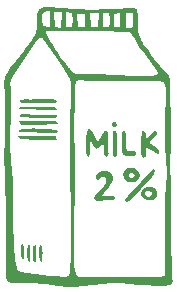
<source format=gbr>
%TF.GenerationSoftware,KiCad,Pcbnew,7.0.9*%
%TF.CreationDate,2023-12-02T23:30:20+01:00*%
%TF.ProjectId,milk,6d696c6b-2e6b-4696-9361-645f70636258,rev?*%
%TF.SameCoordinates,Original*%
%TF.FileFunction,Legend,Top*%
%TF.FilePolarity,Positive*%
%FSLAX46Y46*%
G04 Gerber Fmt 4.6, Leading zero omitted, Abs format (unit mm)*
G04 Created by KiCad (PCBNEW 7.0.9) date 2023-12-02 23:30:20*
%MOMM*%
%LPD*%
G01*
G04 APERTURE LIST*
%ADD10C,0.000000*%
G04 APERTURE END LIST*
D10*
G36*
X129538606Y-64037811D02*
G01*
X129552371Y-64038376D01*
X129566132Y-64039344D01*
X129579880Y-64040716D01*
X132057968Y-64040716D01*
X132098109Y-64042228D01*
X132133506Y-64044140D01*
X132164752Y-64046676D01*
X132192441Y-64050061D01*
X132217168Y-64054521D01*
X132228606Y-64057224D01*
X132239527Y-64060280D01*
X132250004Y-64063717D01*
X132260111Y-64067564D01*
X132269924Y-64071848D01*
X132279516Y-64076598D01*
X132288961Y-64081842D01*
X132298334Y-64087607D01*
X132317161Y-64100817D01*
X132336591Y-64116452D01*
X132357217Y-64134737D01*
X132379633Y-64155899D01*
X132404435Y-64180161D01*
X132463569Y-64238890D01*
X132453900Y-64247334D01*
X132444993Y-64255305D01*
X132429217Y-64269855D01*
X132404069Y-64293527D01*
X132398752Y-64298347D01*
X132393698Y-64302737D01*
X132388845Y-64306705D01*
X132384131Y-64310254D01*
X132379492Y-64313391D01*
X132374867Y-64316121D01*
X132370194Y-64318450D01*
X132365409Y-64320382D01*
X132357723Y-64323202D01*
X132349983Y-64325849D01*
X132342192Y-64328322D01*
X132334354Y-64330622D01*
X132326470Y-64332747D01*
X132318544Y-64334698D01*
X132310579Y-64336473D01*
X132302578Y-64338072D01*
X132294543Y-64339494D01*
X132286478Y-64340739D01*
X132278386Y-64341807D01*
X132270269Y-64342696D01*
X132262130Y-64343407D01*
X132253973Y-64343938D01*
X132245800Y-64344289D01*
X132237614Y-64344460D01*
X129252057Y-64251856D01*
X129260101Y-64236937D01*
X129267618Y-64222096D01*
X129281400Y-64192966D01*
X129294054Y-64165095D01*
X129306230Y-64139112D01*
X129312342Y-64127025D01*
X129318580Y-64115646D01*
X129325023Y-64105054D01*
X129331755Y-64095327D01*
X129338855Y-64086544D01*
X129346405Y-64078784D01*
X129354488Y-64072126D01*
X129358754Y-64069234D01*
X129363183Y-64066647D01*
X129376218Y-64062071D01*
X129389362Y-64057883D01*
X129402605Y-64054086D01*
X129415939Y-64050680D01*
X129429356Y-64047667D01*
X129442846Y-64045047D01*
X129456401Y-64042822D01*
X129470012Y-64040992D01*
X129483670Y-64039559D01*
X129497368Y-64038523D01*
X129511095Y-64037886D01*
X129524844Y-64037648D01*
X129538606Y-64037811D01*
G37*
G36*
X137371805Y-66098284D02*
G01*
X137387743Y-66104921D01*
X137402754Y-66112693D01*
X137416858Y-66121558D01*
X137430075Y-66131475D01*
X137442424Y-66142404D01*
X137453926Y-66154305D01*
X137464599Y-66167136D01*
X137474464Y-66180857D01*
X137483540Y-66195427D01*
X137491847Y-66210806D01*
X137499405Y-66226952D01*
X137506233Y-66243826D01*
X137512350Y-66261386D01*
X137517778Y-66279591D01*
X137522534Y-66298402D01*
X137526639Y-66317777D01*
X137530113Y-66337676D01*
X137532975Y-66358057D01*
X137535245Y-66378881D01*
X137538087Y-66421692D01*
X137538797Y-66465784D01*
X137537532Y-66510831D01*
X137534450Y-66556507D01*
X137529707Y-66602488D01*
X137523461Y-66648446D01*
X137532566Y-66813133D01*
X137539349Y-66977972D01*
X137547771Y-67308019D01*
X137556798Y-67968982D01*
X137557825Y-67979932D01*
X137558525Y-67990891D01*
X137558899Y-68001851D01*
X137558950Y-68012806D01*
X137558676Y-68023747D01*
X137558080Y-68034669D01*
X137557162Y-68045564D01*
X137555923Y-68056425D01*
X137554365Y-68067244D01*
X137552487Y-68078015D01*
X137550291Y-68088730D01*
X137547778Y-68099383D01*
X137544949Y-68109966D01*
X137541805Y-68120472D01*
X137538346Y-68130894D01*
X137534574Y-68141225D01*
X137528559Y-68152328D01*
X137521703Y-68163982D01*
X137514120Y-68175999D01*
X137505924Y-68188193D01*
X137497228Y-68200376D01*
X137488148Y-68212361D01*
X137478796Y-68223960D01*
X137469287Y-68234987D01*
X137459734Y-68245255D01*
X137450252Y-68254575D01*
X137440955Y-68262762D01*
X137431956Y-68269627D01*
X137423369Y-68274984D01*
X137419266Y-68277038D01*
X137415309Y-68278645D01*
X137411512Y-68279781D01*
X137407889Y-68280423D01*
X137404455Y-68280548D01*
X137401224Y-68280131D01*
X137387626Y-68274505D01*
X137374252Y-68268437D01*
X137361111Y-68261935D01*
X137348214Y-68255005D01*
X137335570Y-68247655D01*
X137323189Y-68239894D01*
X137311081Y-68231727D01*
X137299255Y-68223163D01*
X137287722Y-68214208D01*
X137276492Y-68204871D01*
X137265574Y-68195159D01*
X137254978Y-68185078D01*
X137244715Y-68174637D01*
X137234793Y-68163843D01*
X137225223Y-68152703D01*
X137216015Y-68141225D01*
X137213833Y-68138703D01*
X137211798Y-68136005D01*
X137209904Y-68133138D01*
X137208147Y-68130112D01*
X137206522Y-68126933D01*
X137205023Y-68123611D01*
X137202385Y-68116568D01*
X137200191Y-68109047D01*
X137198402Y-68101114D01*
X137196977Y-68092834D01*
X137195874Y-68084271D01*
X137195053Y-68075492D01*
X137194474Y-68066561D01*
X137193878Y-68048503D01*
X137193791Y-68013431D01*
X137195180Y-67154991D01*
X137198479Y-66725772D01*
X137204903Y-66296552D01*
X137200687Y-66279227D01*
X137197827Y-66262046D01*
X137196936Y-66253541D01*
X137196421Y-66245109D01*
X137196294Y-66236763D01*
X137196567Y-66228517D01*
X137197253Y-66220381D01*
X137198363Y-66212369D01*
X137199910Y-66204494D01*
X137201906Y-66196767D01*
X137204363Y-66189202D01*
X137207293Y-66181811D01*
X137210710Y-66174606D01*
X137214624Y-66167601D01*
X137219048Y-66160807D01*
X137223995Y-66154237D01*
X137229476Y-66147904D01*
X137235503Y-66141820D01*
X137242090Y-66135998D01*
X137249248Y-66130450D01*
X137256989Y-66125189D01*
X137265325Y-66120228D01*
X137274269Y-66115578D01*
X137283834Y-66111253D01*
X137294030Y-66107265D01*
X137304871Y-66103627D01*
X137316368Y-66100351D01*
X137328534Y-66097450D01*
X137341381Y-66094936D01*
X137354921Y-66092821D01*
X137371805Y-66098284D01*
G37*
G36*
X140373814Y-70800819D02*
G01*
X140403645Y-70803866D01*
X140433059Y-70808224D01*
X140462027Y-70813865D01*
X140490520Y-70820757D01*
X140518506Y-70828872D01*
X140545957Y-70838179D01*
X140572843Y-70848649D01*
X140599133Y-70860251D01*
X140624798Y-70872957D01*
X140649809Y-70886735D01*
X140674134Y-70901556D01*
X140697744Y-70917391D01*
X140720610Y-70934209D01*
X140742702Y-70951980D01*
X140763989Y-70970676D01*
X140784442Y-70990265D01*
X140804031Y-71010718D01*
X140822727Y-71032005D01*
X140840498Y-71054097D01*
X140857316Y-71076963D01*
X140873151Y-71100573D01*
X140887972Y-71124899D01*
X140901750Y-71149909D01*
X140914456Y-71175574D01*
X140926058Y-71201864D01*
X140936528Y-71228750D01*
X140945835Y-71256201D01*
X140953950Y-71284187D01*
X140960842Y-71312680D01*
X140966483Y-71341648D01*
X140970841Y-71371062D01*
X140973888Y-71400893D01*
X140972356Y-71426493D01*
X140969681Y-71451781D01*
X140965888Y-71476730D01*
X140961002Y-71501314D01*
X140955048Y-71525505D01*
X140948050Y-71549277D01*
X140940034Y-71572603D01*
X140931025Y-71595456D01*
X140921046Y-71617809D01*
X140910123Y-71639637D01*
X140898281Y-71660911D01*
X140885545Y-71681605D01*
X140871939Y-71701692D01*
X140857489Y-71721146D01*
X140842218Y-71739939D01*
X140826153Y-71758046D01*
X140809317Y-71775438D01*
X140791736Y-71792090D01*
X140773434Y-71807974D01*
X140754437Y-71823064D01*
X140734768Y-71837333D01*
X140714454Y-71850754D01*
X140693518Y-71863301D01*
X140671985Y-71874946D01*
X140649881Y-71885663D01*
X140627231Y-71895424D01*
X140604058Y-71904204D01*
X140580388Y-71911976D01*
X140556246Y-71918711D01*
X140531656Y-71924385D01*
X140506644Y-71928970D01*
X140481233Y-71932439D01*
X140436785Y-71932439D01*
X140397126Y-71937275D01*
X140357713Y-71940350D01*
X140318608Y-71941706D01*
X140279875Y-71941384D01*
X140203768Y-71935869D01*
X140129888Y-71924133D01*
X140058733Y-71906504D01*
X139990798Y-71883311D01*
X139926579Y-71854882D01*
X139866574Y-71821545D01*
X139811279Y-71783629D01*
X139785553Y-71763056D01*
X139761190Y-71741461D01*
X139738253Y-71718886D01*
X139716804Y-71695370D01*
X139696905Y-71670956D01*
X139678617Y-71645685D01*
X139662003Y-71619597D01*
X139647126Y-71592733D01*
X139634046Y-71565135D01*
X139622827Y-71536843D01*
X139613530Y-71507898D01*
X139606216Y-71478343D01*
X139600950Y-71448216D01*
X139599891Y-71437936D01*
X139923755Y-71437936D01*
X139925036Y-71450418D01*
X139926927Y-71462766D01*
X139929419Y-71474960D01*
X139932499Y-71486981D01*
X139936159Y-71498808D01*
X139940388Y-71510421D01*
X139945176Y-71521800D01*
X139950512Y-71532925D01*
X139956387Y-71543775D01*
X139962789Y-71554330D01*
X139969709Y-71564571D01*
X139977136Y-71574476D01*
X139985060Y-71584026D01*
X139993471Y-71593201D01*
X140002359Y-71601980D01*
X140011713Y-71610343D01*
X140021471Y-71618231D01*
X140031564Y-71625591D01*
X140041971Y-71632418D01*
X140052671Y-71638704D01*
X140063641Y-71644443D01*
X140074860Y-71649627D01*
X140086306Y-71654249D01*
X140097959Y-71658303D01*
X140109796Y-71661782D01*
X140121795Y-71664679D01*
X140133937Y-71666987D01*
X140146198Y-71668698D01*
X140158557Y-71669807D01*
X140170994Y-71670306D01*
X140183485Y-71670188D01*
X140196011Y-71669446D01*
X140213417Y-71668858D01*
X140230676Y-71667341D01*
X140247755Y-71664910D01*
X140264621Y-71661582D01*
X140281241Y-71657370D01*
X140297580Y-71652292D01*
X140313606Y-71646363D01*
X140329285Y-71639597D01*
X140344583Y-71632010D01*
X140359468Y-71623618D01*
X140373907Y-71614437D01*
X140387865Y-71604481D01*
X140401309Y-71593767D01*
X140414206Y-71582309D01*
X140426523Y-71570123D01*
X140438226Y-71557225D01*
X140449216Y-71543714D01*
X140459409Y-71529704D01*
X140468796Y-71515229D01*
X140477365Y-71500326D01*
X140485107Y-71485029D01*
X140492011Y-71469374D01*
X140498067Y-71453396D01*
X140503265Y-71437130D01*
X140507594Y-71420612D01*
X140511045Y-71403876D01*
X140513606Y-71386959D01*
X140515269Y-71369896D01*
X140516022Y-71352721D01*
X140515855Y-71335471D01*
X140514758Y-71318180D01*
X140512721Y-71300884D01*
X140505311Y-71300884D01*
X140490561Y-71288341D01*
X140475518Y-71276185D01*
X140460191Y-71264418D01*
X140444587Y-71253047D01*
X140428714Y-71242075D01*
X140412581Y-71231507D01*
X140396194Y-71221347D01*
X140379561Y-71211600D01*
X140362692Y-71202269D01*
X140345592Y-71193361D01*
X140328271Y-71184878D01*
X140310736Y-71176826D01*
X140292994Y-71169209D01*
X140275054Y-71162032D01*
X140256924Y-71155298D01*
X140238611Y-71149012D01*
X140223350Y-71147717D01*
X140208121Y-71147247D01*
X140192954Y-71147594D01*
X140177881Y-71148747D01*
X140162930Y-71150697D01*
X140148134Y-71153433D01*
X140133524Y-71156946D01*
X140119129Y-71161224D01*
X140104981Y-71166259D01*
X140091111Y-71172040D01*
X140077549Y-71178557D01*
X140064325Y-71185801D01*
X140051472Y-71193760D01*
X140039019Y-71202425D01*
X140026997Y-71211787D01*
X140015438Y-71221834D01*
X140004437Y-71232490D01*
X139994080Y-71243665D01*
X139984379Y-71255329D01*
X139975348Y-71267452D01*
X139966998Y-71280005D01*
X139959342Y-71292958D01*
X139952393Y-71306281D01*
X139946164Y-71319945D01*
X139940668Y-71333919D01*
X139935916Y-71348174D01*
X139931921Y-71362680D01*
X139928697Y-71377407D01*
X139926255Y-71392326D01*
X139924610Y-71407407D01*
X139923772Y-71422621D01*
X139923755Y-71437936D01*
X139599891Y-71437936D01*
X139597791Y-71417561D01*
X139596879Y-71386755D01*
X139598266Y-71356184D01*
X139601883Y-71325900D01*
X139607663Y-71295953D01*
X139615540Y-71266393D01*
X139625444Y-71237273D01*
X139637310Y-71208642D01*
X139651068Y-71180552D01*
X139666653Y-71153054D01*
X139683996Y-71126197D01*
X139703030Y-71100034D01*
X139723687Y-71074615D01*
X139745900Y-71049991D01*
X139769601Y-71026212D01*
X139794724Y-71003331D01*
X139821200Y-70981397D01*
X139848961Y-70960461D01*
X139877942Y-70940574D01*
X139908073Y-70921788D01*
X139939288Y-70904152D01*
X139971519Y-70887718D01*
X140004698Y-70872538D01*
X140038758Y-70858660D01*
X140073632Y-70846137D01*
X140109253Y-70835020D01*
X140145551Y-70825358D01*
X140182461Y-70817204D01*
X140219914Y-70810608D01*
X140257844Y-70805620D01*
X140296182Y-70802292D01*
X140334861Y-70800675D01*
X140373814Y-70800819D01*
G37*
G36*
X130802475Y-66515329D02*
G01*
X132357993Y-66559544D01*
X132362738Y-66559632D01*
X132366934Y-66560894D01*
X132370627Y-66563268D01*
X132373865Y-66566690D01*
X132376694Y-66571099D01*
X132379162Y-66576431D01*
X132381316Y-66582624D01*
X132383203Y-66589615D01*
X132386364Y-66605739D01*
X132389024Y-66624302D01*
X132394345Y-66666737D01*
X132397762Y-66689606D01*
X132402184Y-66712905D01*
X132407990Y-66736134D01*
X132411530Y-66747566D01*
X132415557Y-66758791D01*
X132420119Y-66769748D01*
X132425262Y-66780373D01*
X132431033Y-66790605D01*
X132437481Y-66800379D01*
X132444652Y-66809634D01*
X132452593Y-66818307D01*
X132461351Y-66826335D01*
X132470973Y-66833655D01*
X132399804Y-66846979D01*
X132277362Y-66855949D01*
X131908317Y-66862334D01*
X131423154Y-66855826D01*
X130881192Y-66839443D01*
X130341746Y-66816201D01*
X129864136Y-66789118D01*
X129507678Y-66761210D01*
X129393418Y-66747889D01*
X129331690Y-66735494D01*
X129327922Y-66733959D01*
X129324248Y-66732133D01*
X129320654Y-66730017D01*
X129317126Y-66727613D01*
X129313650Y-66724923D01*
X129310211Y-66721948D01*
X129306795Y-66718690D01*
X129303388Y-66715152D01*
X129299975Y-66711333D01*
X129296543Y-66707237D01*
X129289562Y-66698219D01*
X129282332Y-66688110D01*
X129274738Y-66676924D01*
X129238449Y-66621679D01*
X129227329Y-66605311D01*
X129215161Y-66587947D01*
X129201832Y-66569601D01*
X129187228Y-66550286D01*
X129600209Y-66525389D01*
X130006398Y-66512927D01*
X130406813Y-66510406D01*
X130802475Y-66515329D01*
G37*
G36*
X138166421Y-66088622D02*
G01*
X138191380Y-66102919D01*
X138213408Y-66122481D01*
X138232690Y-66147038D01*
X138249412Y-66176320D01*
X138263757Y-66210056D01*
X138275909Y-66247977D01*
X138286054Y-66289811D01*
X138301059Y-66384140D01*
X138310248Y-66490880D01*
X138315095Y-66607871D01*
X138317077Y-66732949D01*
X138318350Y-66998719D01*
X138320593Y-67135086D01*
X138325874Y-67270891D01*
X138335670Y-67403973D01*
X138351456Y-67532169D01*
X138362057Y-67593758D01*
X138374709Y-67653316D01*
X138389596Y-67710571D01*
X138406903Y-67765253D01*
X138829178Y-67765253D01*
X138862083Y-67765865D01*
X138894649Y-67767803D01*
X138926624Y-67771223D01*
X138957754Y-67776278D01*
X138987789Y-67783124D01*
X139016475Y-67791916D01*
X139043560Y-67802807D01*
X139056423Y-67809088D01*
X139068792Y-67815953D01*
X139080634Y-67823419D01*
X139091919Y-67831508D01*
X139102614Y-67840237D01*
X139112688Y-67849627D01*
X139122110Y-67859696D01*
X139130847Y-67870464D01*
X139138869Y-67881950D01*
X139146144Y-67894174D01*
X139152640Y-67907155D01*
X139158326Y-67920913D01*
X139163171Y-67935466D01*
X139167142Y-67950833D01*
X139170208Y-67967035D01*
X139172338Y-67984091D01*
X139173500Y-68002020D01*
X139173663Y-68020841D01*
X139172801Y-68039486D01*
X139170936Y-68056904D01*
X139168106Y-68073137D01*
X139164351Y-68088226D01*
X139159708Y-68102213D01*
X139154217Y-68115141D01*
X139147916Y-68127051D01*
X139140845Y-68137986D01*
X139133040Y-68147988D01*
X139124542Y-68157098D01*
X139115389Y-68165359D01*
X139105619Y-68172814D01*
X139095271Y-68179503D01*
X139084384Y-68185469D01*
X139072997Y-68190754D01*
X139061148Y-68195400D01*
X139048875Y-68199449D01*
X139036218Y-68202944D01*
X139023215Y-68205925D01*
X139009905Y-68208436D01*
X138996326Y-68210519D01*
X138982517Y-68212214D01*
X138954365Y-68214614D01*
X138925757Y-68215973D01*
X138897002Y-68216626D01*
X138840290Y-68217162D01*
X138762792Y-68216901D01*
X138724196Y-68216283D01*
X138685642Y-68215078D01*
X138647088Y-68213092D01*
X138608491Y-68210129D01*
X138569806Y-68205995D01*
X138530990Y-68200492D01*
X138447104Y-68193584D01*
X138372203Y-68185679D01*
X138305767Y-68176218D01*
X138247275Y-68164637D01*
X138220844Y-68157877D01*
X138196205Y-68150376D01*
X138173291Y-68142065D01*
X138152037Y-68132873D01*
X138132378Y-68122730D01*
X138114250Y-68111566D01*
X138097587Y-68099311D01*
X138082323Y-68085894D01*
X138068394Y-68071246D01*
X138055735Y-68055296D01*
X138044281Y-68037973D01*
X138033966Y-68019208D01*
X138024726Y-67998931D01*
X138016494Y-67977071D01*
X138009207Y-67953558D01*
X138002799Y-67928323D01*
X137997205Y-67901293D01*
X137992359Y-67872401D01*
X137984654Y-67808744D01*
X137979163Y-67736791D01*
X137975365Y-67655981D01*
X137963183Y-67358430D01*
X137957076Y-67060534D01*
X137956872Y-66762639D01*
X137962399Y-66465092D01*
X137962742Y-66413672D01*
X137963558Y-66386742D01*
X137965148Y-66359321D01*
X137967768Y-66331651D01*
X137971677Y-66303972D01*
X137977133Y-66276526D01*
X137984392Y-66249556D01*
X137993714Y-66223301D01*
X137999229Y-66210518D01*
X138005355Y-66198005D01*
X138012126Y-66185791D01*
X138019574Y-66173908D01*
X138027730Y-66162384D01*
X138036628Y-66151251D01*
X138046298Y-66140538D01*
X138056774Y-66130276D01*
X138068088Y-66120495D01*
X138080271Y-66111226D01*
X138093357Y-66102497D01*
X138107377Y-66094340D01*
X138122363Y-66086785D01*
X138138349Y-66079861D01*
X138166421Y-66088622D01*
G37*
G36*
X132186310Y-63423223D02*
G01*
X132219239Y-63425706D01*
X132252062Y-63429437D01*
X132284743Y-63434415D01*
X132317247Y-63440637D01*
X132328185Y-63446475D01*
X132338756Y-63452841D01*
X132348944Y-63459715D01*
X132358734Y-63467080D01*
X132368110Y-63474917D01*
X132377056Y-63483207D01*
X132385557Y-63491932D01*
X132393598Y-63501073D01*
X132401163Y-63510612D01*
X132408236Y-63520529D01*
X132414803Y-63530807D01*
X132420847Y-63541427D01*
X132426354Y-63552370D01*
X132431307Y-63563618D01*
X132435691Y-63575152D01*
X132439491Y-63586953D01*
X132439325Y-63589517D01*
X132438835Y-63592333D01*
X132438035Y-63595383D01*
X132436937Y-63598649D01*
X132433899Y-63605751D01*
X132429825Y-63613491D01*
X132424818Y-63621719D01*
X132418981Y-63630286D01*
X132412416Y-63639043D01*
X132405228Y-63647841D01*
X132397518Y-63656530D01*
X132389391Y-63664962D01*
X132380949Y-63672986D01*
X132372296Y-63680454D01*
X132363534Y-63687217D01*
X132354767Y-63693125D01*
X132350413Y-63695712D01*
X132346097Y-63698030D01*
X132341831Y-63700059D01*
X132337628Y-63701781D01*
X132310798Y-63708244D01*
X132283759Y-63713594D01*
X132256546Y-63717829D01*
X132229194Y-63720945D01*
X132201737Y-63722938D01*
X132174210Y-63723806D01*
X132146647Y-63723545D01*
X132119084Y-63722152D01*
X129639142Y-63722152D01*
X129628199Y-63723433D01*
X129617240Y-63724434D01*
X129606269Y-63725154D01*
X129595292Y-63725595D01*
X129584315Y-63725756D01*
X129573342Y-63725637D01*
X129562380Y-63725240D01*
X129551432Y-63724564D01*
X129540506Y-63723611D01*
X129529605Y-63722379D01*
X129518736Y-63720871D01*
X129507903Y-63719086D01*
X129497112Y-63717024D01*
X129486369Y-63714687D01*
X129475678Y-63712074D01*
X129465046Y-63709185D01*
X129454500Y-63702265D01*
X129444083Y-63695162D01*
X129433800Y-63687879D01*
X129423651Y-63680418D01*
X129413638Y-63672780D01*
X129403765Y-63664969D01*
X129394033Y-63656985D01*
X129384444Y-63648830D01*
X129375002Y-63640507D01*
X129365707Y-63632018D01*
X129356563Y-63623364D01*
X129347571Y-63614548D01*
X129338734Y-63605571D01*
X129330054Y-63596435D01*
X129321533Y-63587142D01*
X129313173Y-63577695D01*
X129323918Y-63567872D01*
X129334628Y-63557281D01*
X129345310Y-63546109D01*
X129355973Y-63534545D01*
X129377276Y-63510984D01*
X129398599Y-63488096D01*
X129409290Y-63477372D01*
X129420010Y-63467378D01*
X129430769Y-63458302D01*
X129441573Y-63450329D01*
X129446995Y-63446816D01*
X129452432Y-63443648D01*
X129457884Y-63440851D01*
X129463353Y-63438446D01*
X129468840Y-63436458D01*
X129474345Y-63434910D01*
X129479870Y-63433825D01*
X129485416Y-63433227D01*
X129618075Y-63428956D01*
X129750756Y-63426833D01*
X130016270Y-63426514D01*
X130282130Y-63427238D01*
X130415244Y-63426417D01*
X130548510Y-63423969D01*
X130902258Y-63423969D01*
X130902258Y-63425822D01*
X132054254Y-63425822D01*
X132087248Y-63423289D01*
X132120279Y-63422013D01*
X132153312Y-63421992D01*
X132186310Y-63423223D01*
G37*
G36*
X136505478Y-69455751D02*
G01*
X136539780Y-69458535D01*
X136574043Y-69462869D01*
X136608218Y-69468765D01*
X136642254Y-69476238D01*
X136676099Y-69485300D01*
X136709702Y-69495964D01*
X136743013Y-69508243D01*
X136775981Y-69522150D01*
X136808555Y-69537698D01*
X136839868Y-69550718D01*
X136870233Y-69565388D01*
X136899597Y-69581651D01*
X136927905Y-69599452D01*
X136955106Y-69618735D01*
X136981146Y-69639444D01*
X137005972Y-69661524D01*
X137029529Y-69684919D01*
X137051767Y-69709572D01*
X137072630Y-69735428D01*
X137092066Y-69762432D01*
X137110022Y-69790527D01*
X137126444Y-69819657D01*
X137141279Y-69849767D01*
X137154475Y-69880801D01*
X137165977Y-69912704D01*
X137175673Y-69945201D01*
X137183491Y-69978005D01*
X137189441Y-70011040D01*
X137193532Y-70044229D01*
X137195775Y-70077497D01*
X137196178Y-70110766D01*
X137194752Y-70143959D01*
X137191506Y-70177001D01*
X137186450Y-70209815D01*
X137179593Y-70242324D01*
X137170945Y-70274452D01*
X137160516Y-70306122D01*
X137148316Y-70337258D01*
X137134353Y-70367783D01*
X137118639Y-70397621D01*
X137101181Y-70426696D01*
X137038613Y-70530901D01*
X136974038Y-70633833D01*
X136907475Y-70735463D01*
X136838945Y-70835763D01*
X136768467Y-70934704D01*
X136696062Y-71032258D01*
X136621750Y-71128396D01*
X136545550Y-71223089D01*
X136531458Y-71241996D01*
X136516928Y-71260622D01*
X136501916Y-71279117D01*
X136486374Y-71297634D01*
X136453518Y-71335342D01*
X136417992Y-71374959D01*
X136337455Y-71464785D01*
X136291706Y-71517425D01*
X136241812Y-71576837D01*
X136744421Y-71572670D01*
X136968205Y-71572149D01*
X137076787Y-71573647D01*
X137184522Y-71576837D01*
X137191630Y-71577136D01*
X137198717Y-71578015D01*
X137205784Y-71579446D01*
X137212831Y-71581402D01*
X137219859Y-71583854D01*
X137226869Y-71586774D01*
X137233861Y-71590136D01*
X137240836Y-71593911D01*
X137247795Y-71598070D01*
X137254739Y-71602588D01*
X137268581Y-71612583D01*
X137282369Y-71623675D01*
X137296109Y-71635640D01*
X137309805Y-71648256D01*
X137323463Y-71661301D01*
X137350687Y-71687787D01*
X137364264Y-71700783D01*
X137377825Y-71713318D01*
X137391375Y-71725169D01*
X137404920Y-71736114D01*
X137391785Y-71748103D01*
X137378755Y-71761012D01*
X137365807Y-71774631D01*
X137352916Y-71788753D01*
X137327207Y-71817667D01*
X137301433Y-71846081D01*
X137288461Y-71859579D01*
X137275399Y-71872325D01*
X137262223Y-71884111D01*
X137248909Y-71894728D01*
X137235432Y-71903966D01*
X137228624Y-71908003D01*
X137221767Y-71911617D01*
X137214857Y-71914782D01*
X137207892Y-71917472D01*
X137200867Y-71919660D01*
X137193780Y-71921321D01*
X136863763Y-71951764D01*
X136533051Y-71976420D01*
X136201644Y-71995289D01*
X135869541Y-72008370D01*
X135851744Y-72005803D01*
X135834269Y-72002144D01*
X135817161Y-71997423D01*
X135800461Y-71991668D01*
X135784211Y-71984909D01*
X135768454Y-71977177D01*
X135753232Y-71968500D01*
X135738587Y-71958908D01*
X135724562Y-71948431D01*
X135711198Y-71937099D01*
X135698539Y-71924941D01*
X135686627Y-71911986D01*
X135675503Y-71898265D01*
X135665211Y-71883806D01*
X135655792Y-71868640D01*
X135647289Y-71852796D01*
X135643095Y-71832393D01*
X135639938Y-71811897D01*
X135637811Y-71791345D01*
X135636707Y-71770775D01*
X135636621Y-71750225D01*
X135637546Y-71729730D01*
X135639475Y-71709329D01*
X135642403Y-71689060D01*
X135646322Y-71668958D01*
X135651228Y-71649062D01*
X135657112Y-71629409D01*
X135663969Y-71610036D01*
X135671793Y-71590980D01*
X135680577Y-71572280D01*
X135690316Y-71553971D01*
X135701001Y-71536091D01*
X135745169Y-71487698D01*
X135789959Y-71439890D01*
X135835364Y-71392673D01*
X135881378Y-71346054D01*
X135927996Y-71300039D01*
X135975212Y-71254633D01*
X136023019Y-71209842D01*
X136071412Y-71165674D01*
X136131986Y-71101089D01*
X136191417Y-71035480D01*
X136249695Y-70968861D01*
X136306805Y-70901248D01*
X136362736Y-70832656D01*
X136417475Y-70763101D01*
X136471009Y-70692598D01*
X136523326Y-70621162D01*
X136562100Y-70561935D01*
X136579037Y-70533669D01*
X136594327Y-70506240D01*
X136607961Y-70479600D01*
X136619929Y-70453703D01*
X136630221Y-70428502D01*
X136638827Y-70403950D01*
X136645737Y-70380000D01*
X136650942Y-70356605D01*
X136654431Y-70333720D01*
X136656195Y-70311296D01*
X136656224Y-70289287D01*
X136654509Y-70267647D01*
X136651038Y-70246328D01*
X136645803Y-70225284D01*
X136638794Y-70204467D01*
X136630001Y-70183832D01*
X136619413Y-70163331D01*
X136607022Y-70142917D01*
X136592817Y-70122544D01*
X136576788Y-70102165D01*
X136558926Y-70081734D01*
X136539221Y-70061202D01*
X136517663Y-70040524D01*
X136494242Y-70019652D01*
X136441772Y-69977142D01*
X136381733Y-69933297D01*
X136314046Y-69887743D01*
X135925107Y-70237790D01*
X135909542Y-70230793D01*
X135894527Y-70222920D01*
X135880089Y-70214207D01*
X135866259Y-70204687D01*
X135853065Y-70194395D01*
X135840536Y-70183365D01*
X135828701Y-70171631D01*
X135817589Y-70159229D01*
X135807230Y-70146191D01*
X135797651Y-70132553D01*
X135788883Y-70118349D01*
X135780953Y-70103614D01*
X135773892Y-70088380D01*
X135767728Y-70072684D01*
X135762489Y-70056559D01*
X135758206Y-70040039D01*
X135754929Y-70023291D01*
X135752684Y-70006486D01*
X135751459Y-69989668D01*
X135751244Y-69972879D01*
X135752025Y-69956164D01*
X135753794Y-69939566D01*
X135756537Y-69923129D01*
X135760244Y-69906895D01*
X135764904Y-69890909D01*
X135770505Y-69875214D01*
X135777036Y-69859852D01*
X135784485Y-69844869D01*
X135792842Y-69830307D01*
X135802095Y-69816210D01*
X135812233Y-69802621D01*
X135823245Y-69789584D01*
X135844361Y-69760310D01*
X135866610Y-69732287D01*
X135889941Y-69705528D01*
X135914304Y-69680045D01*
X135939648Y-69655852D01*
X135965922Y-69632962D01*
X135993074Y-69611387D01*
X136021054Y-69591142D01*
X136049811Y-69572237D01*
X136079294Y-69554688D01*
X136109453Y-69538507D01*
X136140235Y-69523706D01*
X136171591Y-69510299D01*
X136203469Y-69498299D01*
X136235819Y-69487718D01*
X136268589Y-69478571D01*
X136301729Y-69470869D01*
X136335188Y-69464626D01*
X136368914Y-69459855D01*
X136402857Y-69456569D01*
X136436966Y-69454781D01*
X136471190Y-69454504D01*
X136505478Y-69455751D01*
G37*
G36*
X130945782Y-64708856D02*
G01*
X132408003Y-64746359D01*
X132409908Y-64746472D01*
X132411811Y-64746811D01*
X132413717Y-64747373D01*
X132415635Y-64748156D01*
X132417571Y-64749158D01*
X132419535Y-64750375D01*
X132421532Y-64751806D01*
X132423571Y-64753448D01*
X132425658Y-64755300D01*
X132427802Y-64757357D01*
X132430009Y-64759619D01*
X132432288Y-64762083D01*
X132437089Y-64767606D01*
X132442265Y-64773908D01*
X132467904Y-64806522D01*
X132475847Y-64816432D01*
X132484522Y-64827007D01*
X132493990Y-64838228D01*
X132504309Y-64850075D01*
X132488808Y-64859385D01*
X132473547Y-64869165D01*
X132443653Y-64889578D01*
X132414453Y-64910207D01*
X132385775Y-64929947D01*
X132371577Y-64939137D01*
X132357444Y-64947690D01*
X132343355Y-64955467D01*
X132329287Y-64962329D01*
X132315219Y-64968139D01*
X132301130Y-64972758D01*
X132294070Y-64974578D01*
X132286997Y-64976047D01*
X132279907Y-64977150D01*
X132272799Y-64977869D01*
X132190066Y-64982655D01*
X132107182Y-64984901D01*
X132024167Y-64985194D01*
X131941043Y-64984120D01*
X131774559Y-64980213D01*
X131691241Y-64978553D01*
X131607902Y-64977869D01*
X130632318Y-64959812D01*
X129657658Y-64938977D01*
X129619941Y-64935898D01*
X129582274Y-64932309D01*
X129544663Y-64928209D01*
X129507112Y-64923600D01*
X129469627Y-64918481D01*
X129432214Y-64912855D01*
X129394877Y-64906721D01*
X129357622Y-64900079D01*
X129316876Y-64816739D01*
X129327314Y-64807264D01*
X129337787Y-64797024D01*
X129358807Y-64775009D01*
X129379870Y-64752212D01*
X129400912Y-64730154D01*
X129411404Y-64719877D01*
X129421867Y-64710354D01*
X129432292Y-64701774D01*
X129442671Y-64694329D01*
X129447840Y-64691091D01*
X129452995Y-64688208D01*
X129458134Y-64685703D01*
X129463257Y-64683601D01*
X129468362Y-64681924D01*
X129473449Y-64680697D01*
X129478516Y-64679943D01*
X129483562Y-64679687D01*
X130945782Y-64708856D01*
G37*
G36*
X130864064Y-65890252D02*
G01*
X131265124Y-65911381D01*
X131667203Y-65939997D01*
X132474681Y-65996515D01*
X132486905Y-66021502D01*
X132497112Y-66045690D01*
X132505199Y-66068978D01*
X132508413Y-66080252D01*
X132511058Y-66091261D01*
X132513119Y-66101995D01*
X132514583Y-66112438D01*
X132515438Y-66122579D01*
X132515670Y-66132405D01*
X132515265Y-66141902D01*
X132514212Y-66151058D01*
X132512495Y-66159860D01*
X132510103Y-66168296D01*
X132507021Y-66176351D01*
X132503237Y-66184014D01*
X132498738Y-66191271D01*
X132493510Y-66198109D01*
X132487540Y-66204516D01*
X132480814Y-66210479D01*
X132473320Y-66215985D01*
X132465044Y-66221021D01*
X132455974Y-66225573D01*
X132446095Y-66229631D01*
X132435395Y-66233179D01*
X132423860Y-66236206D01*
X132411478Y-66238698D01*
X132398234Y-66240643D01*
X132384116Y-66242028D01*
X132369111Y-66242839D01*
X132159854Y-66240467D01*
X131950771Y-66234969D01*
X131740646Y-66228776D01*
X131528263Y-66224318D01*
X131020069Y-66222408D01*
X130511701Y-66217373D01*
X129490972Y-66202094D01*
X129459481Y-66198405D01*
X129428098Y-66193979D01*
X129396836Y-66188818D01*
X129365708Y-66182926D01*
X129334727Y-66176303D01*
X129303906Y-66168954D01*
X129273257Y-66160880D01*
X129242793Y-66152084D01*
X129268725Y-65996515D01*
X129467449Y-65958934D01*
X129666355Y-65929743D01*
X129865451Y-65908219D01*
X130064745Y-65893638D01*
X130264245Y-65885275D01*
X130463960Y-65882406D01*
X130864064Y-65890252D01*
G37*
G36*
X140729417Y-69387678D02*
G01*
X140730523Y-69429925D01*
X140730182Y-69472148D01*
X140728396Y-69514310D01*
X140725171Y-69556373D01*
X140720508Y-69598301D01*
X140714412Y-69640057D01*
X140706887Y-69681604D01*
X140697935Y-69722905D01*
X140687836Y-69742533D01*
X140677299Y-69761907D01*
X140666330Y-69781020D01*
X140654934Y-69799865D01*
X140643117Y-69818434D01*
X140630883Y-69836722D01*
X140618238Y-69854720D01*
X140605187Y-69872423D01*
X140591736Y-69889824D01*
X140577888Y-69906914D01*
X140563651Y-69923689D01*
X140549028Y-69940140D01*
X140534025Y-69956260D01*
X140518647Y-69972044D01*
X140502900Y-69987484D01*
X140486789Y-70002572D01*
X139543615Y-70996910D01*
X139069423Y-71492083D01*
X138592106Y-71984304D01*
X138578423Y-71997065D01*
X138562596Y-72009560D01*
X138544957Y-72021653D01*
X138525837Y-72033209D01*
X138505566Y-72044093D01*
X138484476Y-72054168D01*
X138462897Y-72063299D01*
X138441161Y-72071350D01*
X138419599Y-72078186D01*
X138398541Y-72083670D01*
X138378319Y-72087668D01*
X138359263Y-72090044D01*
X138341706Y-72090661D01*
X138333592Y-72090268D01*
X138325976Y-72089385D01*
X138318901Y-72087995D01*
X138312407Y-72086080D01*
X138306535Y-72083624D01*
X138301328Y-72080609D01*
X138289386Y-72071615D01*
X138278544Y-72062355D01*
X138268774Y-72052842D01*
X138260046Y-72043093D01*
X138252334Y-72033124D01*
X138245608Y-72022948D01*
X138239839Y-72012582D01*
X138235000Y-72002040D01*
X138231061Y-71991339D01*
X138227995Y-71980492D01*
X138225772Y-71969516D01*
X138224365Y-71958426D01*
X138223744Y-71947237D01*
X138223882Y-71935964D01*
X138224750Y-71924622D01*
X138226318Y-71913228D01*
X138228560Y-71901795D01*
X138231446Y-71890340D01*
X138234948Y-71878877D01*
X138239037Y-71867422D01*
X138243685Y-71855990D01*
X138248863Y-71844596D01*
X138260698Y-71821985D01*
X138274311Y-71799710D01*
X138289477Y-71777894D01*
X138305966Y-71756658D01*
X138323552Y-71736125D01*
X138449492Y-71597218D01*
X138576823Y-71458312D01*
X138832875Y-71180501D01*
X139558427Y-70406098D01*
X140286762Y-69635863D01*
X140305704Y-69616666D01*
X140325004Y-69597928D01*
X140344630Y-69579586D01*
X140364549Y-69561577D01*
X140405136Y-69526312D01*
X140446504Y-69491632D01*
X140530542Y-69422035D01*
X140572690Y-69386119D01*
X140614578Y-69348792D01*
X140729417Y-69387678D01*
G37*
G36*
X138775039Y-69186869D02*
G01*
X138809822Y-69190034D01*
X138844549Y-69195214D01*
X138879143Y-69202332D01*
X138913526Y-69211309D01*
X138947622Y-69222068D01*
X138981354Y-69234532D01*
X139014645Y-69248623D01*
X139047417Y-69264263D01*
X139079595Y-69281374D01*
X139141856Y-69319700D01*
X139200813Y-69362980D01*
X139255849Y-69410593D01*
X139306350Y-69461917D01*
X139351698Y-69516332D01*
X139372248Y-69544504D01*
X139391279Y-69573215D01*
X139408713Y-69602388D01*
X139424475Y-69631946D01*
X139438488Y-69661810D01*
X139450673Y-69691903D01*
X139460954Y-69722147D01*
X139469255Y-69752464D01*
X139475497Y-69782778D01*
X139479605Y-69813010D01*
X139481502Y-69843082D01*
X139481109Y-69872918D01*
X139478622Y-69902450D01*
X139474319Y-69931640D01*
X139468254Y-69960446D01*
X139460476Y-69988829D01*
X139451038Y-70016749D01*
X139439991Y-70044168D01*
X139427387Y-70071044D01*
X139413277Y-70097339D01*
X139397713Y-70123013D01*
X139380746Y-70148026D01*
X139362428Y-70172338D01*
X139342811Y-70195910D01*
X139321946Y-70218702D01*
X139299884Y-70240674D01*
X139276677Y-70261787D01*
X139252377Y-70282001D01*
X139227036Y-70301276D01*
X139200704Y-70319573D01*
X139173433Y-70336851D01*
X139145275Y-70353072D01*
X139116281Y-70368196D01*
X139086504Y-70382182D01*
X139055994Y-70394991D01*
X139024803Y-70406584D01*
X138992982Y-70416921D01*
X138960584Y-70425962D01*
X138927659Y-70433668D01*
X138894259Y-70439998D01*
X138860437Y-70444914D01*
X138826242Y-70448374D01*
X138791727Y-70450341D01*
X138756944Y-70450774D01*
X138722061Y-70448736D01*
X138687478Y-70444972D01*
X138653254Y-70439509D01*
X138619446Y-70432374D01*
X138586112Y-70423592D01*
X138553311Y-70413192D01*
X138521100Y-70401198D01*
X138489539Y-70387639D01*
X138458683Y-70372540D01*
X138428593Y-70355929D01*
X138399326Y-70337832D01*
X138370939Y-70318275D01*
X138343492Y-70297286D01*
X138317041Y-70274891D01*
X138291646Y-70251116D01*
X138267364Y-70225989D01*
X138244372Y-70199676D01*
X138222821Y-70172368D01*
X138202734Y-70144124D01*
X138184132Y-70115005D01*
X138167037Y-70085071D01*
X138151470Y-70054381D01*
X138137454Y-70022997D01*
X138125009Y-69990978D01*
X138114157Y-69958385D01*
X138104921Y-69925277D01*
X138097322Y-69891715D01*
X138094094Y-69873266D01*
X138522811Y-69873266D01*
X138523514Y-69885544D01*
X138525316Y-69897607D01*
X138528208Y-69909481D01*
X138532176Y-69921189D01*
X138537211Y-69932756D01*
X138543301Y-69944206D01*
X138550435Y-69955564D01*
X138558601Y-69966854D01*
X138567789Y-69978101D01*
X138577987Y-69989329D01*
X138601370Y-70011825D01*
X138614080Y-70022621D01*
X138626868Y-70032428D01*
X138639748Y-70041234D01*
X138652733Y-70049029D01*
X138665836Y-70055799D01*
X138679070Y-70061533D01*
X138692448Y-70066219D01*
X138705984Y-70069846D01*
X138719691Y-70072401D01*
X138733582Y-70073872D01*
X138747671Y-70074249D01*
X138761970Y-70073517D01*
X138776493Y-70071667D01*
X138791253Y-70068686D01*
X138806263Y-70064562D01*
X138821536Y-70059283D01*
X138837087Y-70052838D01*
X138852927Y-70045214D01*
X138869071Y-70036399D01*
X138885531Y-70026383D01*
X138902320Y-70015153D01*
X138919453Y-70002696D01*
X138936942Y-69989002D01*
X138954799Y-69974058D01*
X138973040Y-69957853D01*
X138991676Y-69940374D01*
X139010722Y-69921610D01*
X139030189Y-69901548D01*
X139070444Y-69857487D01*
X139112546Y-69808094D01*
X138756944Y-69545101D01*
X138710982Y-69587782D01*
X138670269Y-69627750D01*
X138634716Y-69665200D01*
X138604234Y-69700328D01*
X138578733Y-69733329D01*
X138567823Y-69749093D01*
X138558124Y-69764398D01*
X138549625Y-69779270D01*
X138542316Y-69793731D01*
X138536185Y-69807808D01*
X138531221Y-69821524D01*
X138527413Y-69834903D01*
X138524749Y-69847970D01*
X138523219Y-69860750D01*
X138522811Y-69873266D01*
X138094094Y-69873266D01*
X138091381Y-69857759D01*
X138087121Y-69823469D01*
X138084562Y-69788906D01*
X138083727Y-69754128D01*
X138084637Y-69719197D01*
X138085588Y-69693535D01*
X138088399Y-69667974D01*
X138093011Y-69642563D01*
X138099363Y-69617350D01*
X138107397Y-69592383D01*
X138117051Y-69567709D01*
X138128265Y-69543376D01*
X138140981Y-69519432D01*
X138155137Y-69495925D01*
X138170673Y-69472902D01*
X138187530Y-69450412D01*
X138205648Y-69428503D01*
X138224966Y-69407221D01*
X138245425Y-69386615D01*
X138266964Y-69366733D01*
X138289523Y-69347622D01*
X138313043Y-69329331D01*
X138337464Y-69311907D01*
X138362724Y-69295398D01*
X138388765Y-69279851D01*
X138415527Y-69265316D01*
X138442948Y-69251838D01*
X138470970Y-69239467D01*
X138499533Y-69228250D01*
X138528575Y-69218235D01*
X138558038Y-69209469D01*
X138587860Y-69202001D01*
X138617983Y-69195878D01*
X138648346Y-69191149D01*
X138678890Y-69187860D01*
X138709553Y-69186060D01*
X138740276Y-69185797D01*
X138775039Y-69186869D01*
G37*
G36*
X129621783Y-75767099D02*
G01*
X129645277Y-75850246D01*
X129665175Y-75934087D01*
X129681476Y-76018509D01*
X129694182Y-76103395D01*
X129703291Y-76188631D01*
X129708804Y-76274102D01*
X129710720Y-76359693D01*
X129709038Y-76445289D01*
X129703760Y-76530774D01*
X129694885Y-76616035D01*
X129682412Y-76700956D01*
X129666341Y-76785421D01*
X129646673Y-76869317D01*
X129623406Y-76952527D01*
X129596542Y-77034938D01*
X129596542Y-77034932D01*
X129573414Y-77003492D01*
X129552576Y-76971688D01*
X129533916Y-76939540D01*
X129517326Y-76907063D01*
X129502696Y-76874276D01*
X129489917Y-76841196D01*
X129478879Y-76807839D01*
X129469472Y-76774224D01*
X129455116Y-76706286D01*
X129445971Y-76637520D01*
X129441161Y-76568065D01*
X129439810Y-76498060D01*
X129441043Y-76427642D01*
X129443981Y-76356950D01*
X129451473Y-76215298D01*
X129454274Y-76144615D01*
X129455275Y-76074211D01*
X129453602Y-76004225D01*
X129448378Y-75934795D01*
X129444030Y-75895488D01*
X129442200Y-75874899D01*
X129441027Y-75854055D01*
X129440831Y-75833233D01*
X129441932Y-75812709D01*
X129444649Y-75792760D01*
X129446714Y-75783088D01*
X129449304Y-75773664D01*
X129452458Y-75764521D01*
X129456216Y-75755696D01*
X129460618Y-75747221D01*
X129465705Y-75739133D01*
X129471516Y-75731465D01*
X129478092Y-75724252D01*
X129485472Y-75717529D01*
X129493696Y-75711330D01*
X129502805Y-75705690D01*
X129512838Y-75700643D01*
X129523836Y-75696224D01*
X129535839Y-75692468D01*
X129548886Y-75689410D01*
X129563017Y-75687083D01*
X129578273Y-75685522D01*
X129594694Y-75684763D01*
X129621783Y-75767099D01*
G37*
G36*
X130680012Y-77184950D02*
G01*
X130637389Y-77167193D01*
X130595309Y-77151237D01*
X130519113Y-77123601D01*
X130488167Y-77111356D01*
X130475174Y-77105504D01*
X130464100Y-77099784D01*
X130455142Y-77094163D01*
X130448498Y-77088604D01*
X130446106Y-77085837D01*
X130444367Y-77083072D01*
X130443305Y-77080306D01*
X130442945Y-77077533D01*
X130445058Y-76768088D01*
X130451511Y-76459166D01*
X130462479Y-76150591D01*
X130478135Y-75842191D01*
X130478425Y-75838912D01*
X130479283Y-75835670D01*
X130480691Y-75832457D01*
X130482632Y-75829266D01*
X130485086Y-75826090D01*
X130488036Y-75822921D01*
X130491465Y-75819754D01*
X130495353Y-75816579D01*
X130499684Y-75813392D01*
X130504439Y-75810184D01*
X130515151Y-75803676D01*
X130527343Y-75797001D01*
X130540873Y-75790100D01*
X130605493Y-75759107D01*
X130623554Y-75750225D01*
X130642090Y-75740777D01*
X130660957Y-75730705D01*
X130680012Y-75719952D01*
X130680012Y-77184950D01*
G37*
G36*
X130035515Y-75708251D02*
G01*
X130045233Y-75714840D01*
X130065410Y-75727447D01*
X130104941Y-75751205D01*
X130113860Y-75757016D01*
X130122123Y-75762835D01*
X130129594Y-75768691D01*
X130136137Y-75774616D01*
X130141617Y-75780638D01*
X130143915Y-75783696D01*
X130145897Y-75786788D01*
X130147545Y-75789920D01*
X130148843Y-75793096D01*
X130149773Y-75796318D01*
X130150319Y-75799590D01*
X130164868Y-75884843D01*
X130177258Y-75970340D01*
X130187489Y-76056040D01*
X130195562Y-76141903D01*
X130201478Y-76227887D01*
X130205237Y-76313952D01*
X130206840Y-76400058D01*
X130206289Y-76486164D01*
X130203583Y-76572229D01*
X130198724Y-76658213D01*
X130191711Y-76744075D01*
X130182547Y-76829774D01*
X130171232Y-76915269D01*
X130157766Y-77000521D01*
X130142151Y-77085488D01*
X130124387Y-77170130D01*
X130102622Y-77137895D01*
X130082121Y-77103765D01*
X130044888Y-77030223D01*
X130012641Y-76950316D01*
X129985335Y-76864856D01*
X129962923Y-76774654D01*
X129945360Y-76680520D01*
X129932598Y-76583266D01*
X129924592Y-76483703D01*
X129921297Y-76382643D01*
X129922665Y-76280897D01*
X129928650Y-76179275D01*
X129939207Y-76078589D01*
X129954289Y-75979651D01*
X129973851Y-75883270D01*
X129997845Y-75790260D01*
X130026227Y-75701430D01*
X130035515Y-75708251D01*
G37*
G36*
X137339627Y-65336412D02*
G01*
X137348946Y-65337172D01*
X137358137Y-65338389D01*
X137367189Y-65340052D01*
X137376088Y-65342151D01*
X137384823Y-65344674D01*
X137393381Y-65347610D01*
X137401750Y-65350947D01*
X137409918Y-65354676D01*
X137417874Y-65358784D01*
X137425604Y-65363260D01*
X137433097Y-65368095D01*
X137440340Y-65373275D01*
X137447322Y-65378791D01*
X137454030Y-65384631D01*
X137460451Y-65390784D01*
X137466575Y-65397239D01*
X137472389Y-65403985D01*
X137477880Y-65411011D01*
X137483036Y-65418305D01*
X137487846Y-65425857D01*
X137492296Y-65433656D01*
X137496376Y-65441690D01*
X137500073Y-65449948D01*
X137503374Y-65458419D01*
X137506268Y-65467092D01*
X137508741Y-65475957D01*
X137510784Y-65485001D01*
X137512382Y-65494214D01*
X137513524Y-65503584D01*
X137514197Y-65513101D01*
X137517041Y-65523735D01*
X137519302Y-65534449D01*
X137520983Y-65545223D01*
X137522088Y-65556034D01*
X137522620Y-65566858D01*
X137522581Y-65577673D01*
X137521975Y-65588457D01*
X137520804Y-65599187D01*
X137519073Y-65609841D01*
X137516783Y-65620396D01*
X137513938Y-65630829D01*
X137510541Y-65641118D01*
X137506595Y-65651240D01*
X137502103Y-65661173D01*
X137497068Y-65670895D01*
X137491493Y-65680381D01*
X137485420Y-65689557D01*
X137478898Y-65698350D01*
X137471948Y-65706749D01*
X137464589Y-65714740D01*
X137456838Y-65722312D01*
X137448716Y-65729451D01*
X137440241Y-65736145D01*
X137431432Y-65742381D01*
X137422308Y-65748147D01*
X137412888Y-65753429D01*
X137403191Y-65758215D01*
X137393236Y-65762492D01*
X137383042Y-65766249D01*
X137372627Y-65769471D01*
X137362012Y-65772146D01*
X137351214Y-65774263D01*
X137340137Y-65772092D01*
X137329256Y-65769451D01*
X137318582Y-65766350D01*
X137308124Y-65762803D01*
X137297892Y-65758820D01*
X137287898Y-65754414D01*
X137278149Y-65749596D01*
X137268657Y-65744378D01*
X137259432Y-65738772D01*
X137250483Y-65732789D01*
X137241820Y-65726442D01*
X137233454Y-65719742D01*
X137225395Y-65712701D01*
X137217651Y-65705330D01*
X137210235Y-65697642D01*
X137203154Y-65689649D01*
X137196420Y-65681361D01*
X137190043Y-65672791D01*
X137184032Y-65663951D01*
X137178397Y-65654852D01*
X137173149Y-65645507D01*
X137168297Y-65635926D01*
X137163852Y-65626122D01*
X137159823Y-65616107D01*
X137156220Y-65605892D01*
X137153054Y-65595489D01*
X137150334Y-65584910D01*
X137148071Y-65574167D01*
X137146274Y-65563271D01*
X137144953Y-65552235D01*
X137144119Y-65541069D01*
X137143781Y-65529786D01*
X137143596Y-65520247D01*
X137143891Y-65510812D01*
X137144655Y-65501492D01*
X137145876Y-65492301D01*
X137147543Y-65483250D01*
X137149645Y-65474352D01*
X137152171Y-65465618D01*
X137155111Y-65457061D01*
X137158452Y-65448693D01*
X137162183Y-65440526D01*
X137166295Y-65432572D01*
X137170775Y-65424844D01*
X137175612Y-65417353D01*
X137180796Y-65410111D01*
X137186315Y-65403132D01*
X137192157Y-65396426D01*
X137198313Y-65390007D01*
X137204771Y-65383886D01*
X137211519Y-65378075D01*
X137218547Y-65372587D01*
X137225844Y-65367433D01*
X137233398Y-65362627D01*
X137241198Y-65358179D01*
X137249234Y-65354103D01*
X137257494Y-65350409D01*
X137265966Y-65347112D01*
X137274641Y-65344221D01*
X137283506Y-65341751D01*
X137292551Y-65339712D01*
X137301764Y-65338118D01*
X137311135Y-65336979D01*
X137320652Y-65336309D01*
X137330191Y-65336121D01*
X137339627Y-65336412D01*
G37*
G36*
X135177003Y-65932150D02*
G01*
X135221979Y-65951503D01*
X135263821Y-65972966D01*
X135302712Y-65996421D01*
X135338831Y-66021751D01*
X135372360Y-66048838D01*
X135403479Y-66077565D01*
X135432369Y-66107814D01*
X135459211Y-66139469D01*
X135484184Y-66172412D01*
X135507472Y-66206526D01*
X135529253Y-66241693D01*
X135569020Y-66314717D01*
X135604931Y-66390546D01*
X135670973Y-66546866D01*
X135703995Y-66625479D01*
X135738947Y-66703143D01*
X135777273Y-66778918D01*
X135798153Y-66815804D01*
X135820420Y-66851866D01*
X135844253Y-66886987D01*
X135869834Y-66921049D01*
X135897343Y-66953935D01*
X135926961Y-66985527D01*
X135960596Y-66937144D01*
X135994621Y-66889131D01*
X136062627Y-66793604D01*
X136096001Y-66745787D01*
X136128550Y-66697732D01*
X136159971Y-66649285D01*
X136189960Y-66600296D01*
X136213002Y-66562466D01*
X136235045Y-66524071D01*
X136256308Y-66485242D01*
X136277006Y-66446110D01*
X136317578Y-66367455D01*
X136358499Y-66289148D01*
X136381112Y-66248373D01*
X136393795Y-66227193D01*
X136407436Y-66206035D01*
X136422064Y-66185312D01*
X136437709Y-66165434D01*
X136454402Y-66146816D01*
X136463150Y-66138108D01*
X136472171Y-66129869D01*
X136481469Y-66122151D01*
X136491048Y-66115005D01*
X136500910Y-66108483D01*
X136511061Y-66102637D01*
X136521503Y-66097518D01*
X136532240Y-66093178D01*
X136543277Y-66089668D01*
X136554616Y-66087039D01*
X136566262Y-66085344D01*
X136578219Y-66084634D01*
X136590489Y-66084960D01*
X136603077Y-66086373D01*
X136615987Y-66088927D01*
X136629222Y-66092671D01*
X136642786Y-66097658D01*
X136656683Y-66103939D01*
X136672392Y-66117426D01*
X136687243Y-66131689D01*
X136701216Y-66146684D01*
X136714291Y-66162369D01*
X136726447Y-66178703D01*
X136737663Y-66195644D01*
X136747921Y-66213149D01*
X136757199Y-66231177D01*
X136765477Y-66249685D01*
X136772735Y-66268632D01*
X136778953Y-66287974D01*
X136784111Y-66307672D01*
X136788189Y-66327681D01*
X136791165Y-66347960D01*
X136793020Y-66368468D01*
X136793734Y-66389161D01*
X136806988Y-66765597D01*
X136815034Y-67142034D01*
X136825222Y-67894906D01*
X136827144Y-67908600D01*
X136828699Y-67922324D01*
X136829888Y-67936069D01*
X136830712Y-67949829D01*
X136831172Y-67963596D01*
X136831266Y-67977363D01*
X136830996Y-67991123D01*
X136830363Y-68004869D01*
X136829367Y-68018593D01*
X136828007Y-68032289D01*
X136826286Y-68045948D01*
X136824202Y-68059564D01*
X136821757Y-68073130D01*
X136818951Y-68086637D01*
X136815784Y-68100080D01*
X136812257Y-68113450D01*
X136805522Y-68126552D01*
X136797882Y-68140045D01*
X136789427Y-68153754D01*
X136780251Y-68167508D01*
X136770445Y-68181130D01*
X136760102Y-68194449D01*
X136749314Y-68207291D01*
X136738174Y-68219481D01*
X136726773Y-68230847D01*
X136715203Y-68241214D01*
X136703558Y-68250409D01*
X136691929Y-68258258D01*
X136686149Y-68261624D01*
X136680408Y-68264588D01*
X136674717Y-68267129D01*
X136669088Y-68269226D01*
X136663532Y-68270855D01*
X136658061Y-68271996D01*
X136652686Y-68272627D01*
X136647419Y-68272726D01*
X136632805Y-68268411D01*
X136618579Y-68263246D01*
X136604770Y-68257258D01*
X136591408Y-68250474D01*
X136578524Y-68242924D01*
X136566149Y-68234634D01*
X136554312Y-68225632D01*
X136543044Y-68215947D01*
X136532375Y-68205604D01*
X136522336Y-68194633D01*
X136512957Y-68183061D01*
X136504268Y-68170915D01*
X136496300Y-68158224D01*
X136489083Y-68145015D01*
X136482648Y-68131315D01*
X136477024Y-68117153D01*
X136470346Y-68073483D01*
X136464714Y-68029685D01*
X136460128Y-67985778D01*
X136456590Y-67941780D01*
X136454101Y-67897710D01*
X136452664Y-67853587D01*
X136452278Y-67809430D01*
X136452946Y-67765258D01*
X136439114Y-67614054D01*
X136422850Y-67455729D01*
X136384420Y-67089249D01*
X136204767Y-67289967D01*
X136167993Y-67330652D01*
X136132825Y-67368711D01*
X136098438Y-67404730D01*
X136064008Y-67439295D01*
X136043713Y-67458557D01*
X136023801Y-67476404D01*
X136004262Y-67492834D01*
X135985089Y-67507843D01*
X135966272Y-67521428D01*
X135947803Y-67533585D01*
X135929675Y-67544311D01*
X135911877Y-67553603D01*
X135894403Y-67561456D01*
X135877242Y-67567869D01*
X135860388Y-67572836D01*
X135843831Y-67576356D01*
X135827563Y-67578424D01*
X135811576Y-67579037D01*
X135795860Y-67578193D01*
X135780408Y-67575886D01*
X135765211Y-67572114D01*
X135750261Y-67566874D01*
X135735548Y-67560163D01*
X135721066Y-67551976D01*
X135706804Y-67542310D01*
X135692755Y-67531163D01*
X135678910Y-67518530D01*
X135665261Y-67504408D01*
X135651799Y-67488794D01*
X135638516Y-67471685D01*
X135625403Y-67453077D01*
X135612451Y-67432966D01*
X135599653Y-67411350D01*
X135587000Y-67388224D01*
X135574484Y-67363586D01*
X135562095Y-67337433D01*
X135536361Y-67279541D01*
X135511799Y-67221215D01*
X135488192Y-67162542D01*
X135465324Y-67103608D01*
X135376886Y-66867003D01*
X135291692Y-66887373D01*
X135291692Y-67846750D01*
X135291659Y-67930208D01*
X135291094Y-67964602D01*
X135289695Y-67994915D01*
X135287113Y-68021755D01*
X135285270Y-68034063D01*
X135282999Y-68045731D01*
X135280257Y-68056834D01*
X135277002Y-68067449D01*
X135273188Y-68077652D01*
X135268772Y-68087518D01*
X135263710Y-68097124D01*
X135257959Y-68106546D01*
X135251474Y-68115858D01*
X135244213Y-68125139D01*
X135236131Y-68134463D01*
X135227185Y-68143906D01*
X135206523Y-68163454D01*
X135181880Y-68184391D01*
X135152903Y-68207326D01*
X135080552Y-68261615D01*
X135055865Y-68225731D01*
X135032851Y-68184270D01*
X135011511Y-68137549D01*
X134991848Y-68085883D01*
X134957556Y-67968982D01*
X134929989Y-67836097D01*
X134909162Y-67689755D01*
X134895087Y-67532485D01*
X134887778Y-67366815D01*
X134887249Y-67195275D01*
X134893513Y-67020393D01*
X134906583Y-66844696D01*
X134926475Y-66670714D01*
X134953200Y-66500976D01*
X134986773Y-66338009D01*
X135027207Y-66184342D01*
X135074516Y-66042504D01*
X135128714Y-65915023D01*
X135177003Y-65932150D01*
G37*
G36*
X132358693Y-65278168D02*
G01*
X132364944Y-65278937D01*
X132371195Y-65280188D01*
X132377445Y-65281896D01*
X132383696Y-65284037D01*
X132389946Y-65286586D01*
X132396197Y-65289519D01*
X132402448Y-65292809D01*
X132414949Y-65300367D01*
X132427451Y-65309062D01*
X132439952Y-65318695D01*
X132452454Y-65329069D01*
X132477457Y-65351246D01*
X132502460Y-65374010D01*
X132514961Y-65385116D01*
X132527463Y-65395775D01*
X132539964Y-65405789D01*
X132552465Y-65414958D01*
X132519129Y-65502006D01*
X132477696Y-65508748D01*
X132436185Y-65514954D01*
X132394600Y-65520623D01*
X132352948Y-65525756D01*
X132311233Y-65530351D01*
X132269460Y-65534408D01*
X132227635Y-65537926D01*
X132185762Y-65540904D01*
X130967088Y-65561272D01*
X129748414Y-65577942D01*
X129729207Y-65579817D01*
X129709980Y-65581253D01*
X129690740Y-65582253D01*
X129671494Y-65582816D01*
X129652251Y-65582943D01*
X129633017Y-65582634D01*
X129613800Y-65581891D01*
X129594607Y-65580713D01*
X129575445Y-65579102D01*
X129556323Y-65577057D01*
X129537247Y-65574579D01*
X129518225Y-65571670D01*
X129499264Y-65568328D01*
X129480371Y-65564555D01*
X129461555Y-65560352D01*
X129442821Y-65555718D01*
X129437701Y-65554580D01*
X129432747Y-65552904D01*
X129427941Y-65550696D01*
X129423265Y-65547960D01*
X129418700Y-65544702D01*
X129414227Y-65540926D01*
X129409830Y-65536639D01*
X129405488Y-65531845D01*
X129401185Y-65526548D01*
X129396901Y-65520755D01*
X129392619Y-65514470D01*
X129388320Y-65507699D01*
X129379597Y-65492716D01*
X129370587Y-65475848D01*
X129361143Y-65457135D01*
X129351118Y-65436617D01*
X129328741Y-65390333D01*
X129316095Y-65364648D01*
X129302283Y-65337321D01*
X129287158Y-65308393D01*
X129270573Y-65277906D01*
X132352443Y-65277906D01*
X132358693Y-65278168D01*
G37*
G36*
X131703911Y-55590867D02*
G01*
X131770430Y-55593234D01*
X131836890Y-55596890D01*
X131903273Y-55601836D01*
X131969560Y-55608070D01*
X132035732Y-55615591D01*
X132123939Y-55623162D01*
X132212146Y-55631710D01*
X132388559Y-55650086D01*
X132564971Y-55667421D01*
X132653176Y-55674666D01*
X132741381Y-55680415D01*
X134048258Y-55767230D01*
X134375248Y-55786384D01*
X134702304Y-55801523D01*
X135029402Y-55811149D01*
X135356522Y-55813765D01*
X135798938Y-55810325D01*
X136241354Y-55800829D01*
X137126187Y-55768620D01*
X138895856Y-55685971D01*
X138913998Y-55682962D01*
X138932176Y-55681006D01*
X138950348Y-55680093D01*
X138968471Y-55680211D01*
X138986504Y-55681348D01*
X139004403Y-55683495D01*
X139022128Y-55686639D01*
X139039636Y-55690770D01*
X139056884Y-55695876D01*
X139073831Y-55701947D01*
X139090434Y-55708970D01*
X139106652Y-55716935D01*
X139122442Y-55725831D01*
X139137762Y-55735646D01*
X139152570Y-55746369D01*
X139166823Y-55757990D01*
X139180388Y-55770408D01*
X139193146Y-55783504D01*
X139205080Y-55797239D01*
X139216172Y-55811572D01*
X139226405Y-55826463D01*
X139235763Y-55841872D01*
X139244228Y-55857759D01*
X139251782Y-55874084D01*
X139258409Y-55890807D01*
X139264091Y-55907889D01*
X139268812Y-55925287D01*
X139272553Y-55942964D01*
X139275299Y-55960878D01*
X139277030Y-55978990D01*
X139277731Y-55997260D01*
X139277385Y-56015647D01*
X139290923Y-56120222D01*
X139301457Y-56225078D01*
X139308985Y-56330151D01*
X139313504Y-56435375D01*
X139315013Y-56540686D01*
X139313510Y-56646018D01*
X139308994Y-56751307D01*
X139301463Y-56856489D01*
X139290289Y-56983398D01*
X139285781Y-57107949D01*
X139287703Y-57230303D01*
X139295819Y-57350619D01*
X139309892Y-57469057D01*
X139329688Y-57585779D01*
X139354969Y-57700943D01*
X139385500Y-57814710D01*
X139421045Y-57927240D01*
X139461367Y-58038693D01*
X139506232Y-58149229D01*
X139555401Y-58259008D01*
X139608640Y-58368190D01*
X139665713Y-58476936D01*
X139726383Y-58585405D01*
X139790415Y-58693758D01*
X139998655Y-59021684D01*
X140216517Y-59342981D01*
X140443837Y-59657442D01*
X140680452Y-59964861D01*
X140926197Y-60265032D01*
X141180908Y-60557748D01*
X141444422Y-60842802D01*
X141716575Y-61119988D01*
X141756825Y-61158097D01*
X141794781Y-61198101D01*
X141830397Y-61239895D01*
X141863626Y-61283372D01*
X141894421Y-61328427D01*
X141922736Y-61374953D01*
X141948524Y-61422846D01*
X141971739Y-61471998D01*
X141992334Y-61522304D01*
X142010262Y-61573659D01*
X142025477Y-61625955D01*
X142037931Y-61679088D01*
X142047579Y-61732952D01*
X142054374Y-61787440D01*
X142058269Y-61842446D01*
X142059217Y-61897866D01*
X142060838Y-62518314D01*
X142064687Y-62828712D01*
X142072183Y-63138763D01*
X142099039Y-64869304D01*
X142110210Y-65734139D01*
X142114783Y-66598454D01*
X142075891Y-69480295D01*
X142078126Y-69689222D01*
X142084051Y-69899126D01*
X142102283Y-70320909D01*
X142121208Y-70743734D01*
X142128001Y-70954941D01*
X142131451Y-71165691D01*
X142087003Y-72495485D01*
X142092820Y-73016384D01*
X142107145Y-73537282D01*
X142142564Y-74579079D01*
X142146974Y-74606430D01*
X142150853Y-74633853D01*
X142154200Y-74661340D01*
X142157015Y-74688884D01*
X142159297Y-74716478D01*
X142161044Y-74744113D01*
X142162257Y-74771782D01*
X142162934Y-74799478D01*
X142142235Y-74982771D01*
X142128268Y-75165944D01*
X142120297Y-75349009D01*
X142117586Y-75531977D01*
X142125005Y-75897662D01*
X142144644Y-76263087D01*
X142197053Y-76993502D01*
X142218060Y-77358667D01*
X142227758Y-77723919D01*
X142229610Y-77989692D01*
X142235167Y-78255466D01*
X142244428Y-78521240D01*
X142257391Y-78787012D01*
X142259116Y-78803893D01*
X142259937Y-78820756D01*
X142259866Y-78837568D01*
X142258912Y-78854295D01*
X142257085Y-78870906D01*
X142254396Y-78887366D01*
X142250854Y-78903641D01*
X142246469Y-78919699D01*
X142241252Y-78935506D01*
X142235213Y-78951029D01*
X142228361Y-78966235D01*
X142220707Y-78981089D01*
X142212261Y-78995559D01*
X142203033Y-79009612D01*
X142193032Y-79023214D01*
X142182270Y-79036332D01*
X142170825Y-79048859D01*
X142158791Y-79060701D01*
X142146201Y-79071844D01*
X142133086Y-79082272D01*
X142119478Y-79091971D01*
X142105407Y-79100925D01*
X142090906Y-79109122D01*
X142076007Y-79116544D01*
X142060740Y-79123179D01*
X142045137Y-79129011D01*
X142029231Y-79134025D01*
X142013052Y-79138207D01*
X141996632Y-79141542D01*
X141980003Y-79144016D01*
X141963196Y-79145613D01*
X141946243Y-79146318D01*
X141808042Y-79163975D01*
X141669551Y-79178774D01*
X141530815Y-79190714D01*
X141391877Y-79199791D01*
X141252782Y-79206004D01*
X141113573Y-79209349D01*
X140974296Y-79209825D01*
X140834993Y-79207428D01*
X140093292Y-79161476D01*
X139351938Y-79107884D01*
X137871660Y-79000000D01*
X137777524Y-78993747D01*
X137683312Y-78989280D01*
X137589049Y-78986600D01*
X137494760Y-78985707D01*
X137400472Y-78986600D01*
X137306208Y-78989280D01*
X137211996Y-78993747D01*
X137117861Y-79000000D01*
X133891529Y-79294482D01*
X133720041Y-79300508D01*
X133548567Y-79301357D01*
X133377223Y-79297036D01*
X133206127Y-79287554D01*
X133035394Y-79272918D01*
X132865142Y-79253138D01*
X132695486Y-79228221D01*
X132526545Y-79198175D01*
X132067254Y-79124529D01*
X131606352Y-79063821D01*
X131144111Y-79016069D01*
X130680804Y-78981288D01*
X130216704Y-78959495D01*
X129752086Y-78950708D01*
X129287221Y-78954942D01*
X128822384Y-78972216D01*
X128778438Y-78978470D01*
X128734666Y-78981084D01*
X128691255Y-78980150D01*
X128648391Y-78975760D01*
X128606260Y-78968005D01*
X128565049Y-78956979D01*
X128524944Y-78942772D01*
X128486131Y-78925478D01*
X128448798Y-78905187D01*
X128413130Y-78881993D01*
X128379313Y-78855986D01*
X128347535Y-78827260D01*
X128317981Y-78795905D01*
X128290837Y-78762015D01*
X128266291Y-78725680D01*
X128244529Y-78686994D01*
X128232579Y-78666584D01*
X128221244Y-78645866D01*
X128210529Y-78624854D01*
X128200438Y-78603563D01*
X128190976Y-78582006D01*
X128182148Y-78560198D01*
X128173957Y-78538152D01*
X128166409Y-78515884D01*
X128159508Y-78493406D01*
X128153259Y-78470734D01*
X128147666Y-78447880D01*
X128142733Y-78424860D01*
X128138466Y-78401688D01*
X128134868Y-78378377D01*
X128131945Y-78354942D01*
X128129701Y-78331397D01*
X128122285Y-72836257D01*
X128063250Y-70339186D01*
X128011159Y-67811554D01*
X128013583Y-67696179D01*
X128020130Y-67580652D01*
X128029716Y-67464994D01*
X128041255Y-67349229D01*
X128065852Y-67117458D01*
X128076740Y-67001497D01*
X128085241Y-66885513D01*
X128094385Y-66698133D01*
X128096326Y-66634330D01*
X128492642Y-66634330D01*
X128495526Y-66912449D01*
X128502820Y-67190468D01*
X128514520Y-67468335D01*
X128530625Y-67745999D01*
X128551133Y-68023409D01*
X128576042Y-68300512D01*
X128592487Y-68543591D01*
X128612796Y-68786649D01*
X128657536Y-69272615D01*
X128678234Y-69515479D01*
X128695330Y-69758235D01*
X128706956Y-70000861D01*
X128711246Y-70243335D01*
X128717526Y-71898664D01*
X128746203Y-73552777D01*
X128773554Y-74379214D01*
X128812039Y-75205153D01*
X128863503Y-76030528D01*
X128929791Y-76855274D01*
X128941071Y-76964930D01*
X128955085Y-77074456D01*
X128971269Y-77183895D01*
X128989059Y-77293291D01*
X129064995Y-77731311D01*
X129067837Y-77746989D01*
X129071153Y-77762080D01*
X129074939Y-77776595D01*
X129079189Y-77790543D01*
X129083901Y-77803935D01*
X129089070Y-77816781D01*
X129094692Y-77829091D01*
X129100763Y-77840875D01*
X129107278Y-77852144D01*
X129114235Y-77862908D01*
X129121629Y-77873177D01*
X129129455Y-77882960D01*
X129137710Y-77892269D01*
X129146390Y-77901113D01*
X129155490Y-77909503D01*
X129165006Y-77917448D01*
X129174935Y-77924959D01*
X129185272Y-77932047D01*
X129196014Y-77938720D01*
X129207155Y-77944990D01*
X129218693Y-77950867D01*
X129230623Y-77956360D01*
X129242941Y-77961481D01*
X129255642Y-77966238D01*
X129282181Y-77974705D01*
X129310207Y-77981842D01*
X129339686Y-77987732D01*
X129370588Y-77992455D01*
X130622133Y-78168636D01*
X131248426Y-78257334D01*
X131876456Y-78340650D01*
X132036101Y-78358742D01*
X132195946Y-78374776D01*
X132355972Y-78388752D01*
X132516158Y-78400667D01*
X132676484Y-78410521D01*
X132836928Y-78418311D01*
X132997472Y-78424037D01*
X133158094Y-78427696D01*
X133207633Y-78426742D01*
X133252889Y-78423796D01*
X133294047Y-78418735D01*
X133313149Y-78415372D01*
X133331296Y-78411433D01*
X133348513Y-78406902D01*
X133364823Y-78401765D01*
X133380249Y-78396004D01*
X133394814Y-78389606D01*
X133408543Y-78382554D01*
X133421458Y-78374832D01*
X133433583Y-78366425D01*
X133444941Y-78357318D01*
X133455556Y-78347494D01*
X133465451Y-78336939D01*
X133474649Y-78325636D01*
X133483174Y-78313570D01*
X133491049Y-78300725D01*
X133498298Y-78287087D01*
X133504944Y-78272638D01*
X133511010Y-78257364D01*
X133516520Y-78241248D01*
X133521497Y-78224277D01*
X133529947Y-78187700D01*
X133536547Y-78147510D01*
X133541483Y-78103582D01*
X133605381Y-77397707D01*
X133618642Y-77221076D01*
X133629516Y-77044336D01*
X133629616Y-77042090D01*
X133914630Y-77042090D01*
X133915782Y-77147520D01*
X133919877Y-77252857D01*
X133926911Y-77358039D01*
X133936880Y-77463004D01*
X133949781Y-77567691D01*
X133965612Y-77672038D01*
X134019225Y-77919597D01*
X134042603Y-78022003D01*
X134065653Y-78111333D01*
X134089843Y-78188464D01*
X134102824Y-78222731D01*
X134116640Y-78254277D01*
X134131475Y-78283214D01*
X134147512Y-78309650D01*
X134164935Y-78333696D01*
X134183927Y-78355462D01*
X134204671Y-78375058D01*
X134227352Y-78392593D01*
X134252152Y-78408177D01*
X134279255Y-78421921D01*
X134308844Y-78433933D01*
X134341104Y-78444325D01*
X134376217Y-78453205D01*
X134414366Y-78460684D01*
X134500510Y-78471878D01*
X134601003Y-78478785D01*
X134717313Y-78482285D01*
X134850907Y-78483256D01*
X140760905Y-78483256D01*
X140867471Y-78474106D01*
X140973858Y-78463265D01*
X141080046Y-78450736D01*
X141186015Y-78436521D01*
X141291745Y-78420625D01*
X141397215Y-78403050D01*
X141502406Y-78383798D01*
X141607298Y-78362872D01*
X141607303Y-78362872D01*
X141607303Y-74184573D01*
X141611239Y-72895754D01*
X141620587Y-72251779D01*
X141638791Y-71608325D01*
X141650894Y-71370184D01*
X141668945Y-71132195D01*
X141713337Y-70656586D01*
X141734904Y-70418922D01*
X141752869Y-70181324D01*
X141764843Y-69943770D01*
X141768439Y-69706237D01*
X141762937Y-69435371D01*
X141748384Y-69164504D01*
X141727711Y-68893637D01*
X141703847Y-68622770D01*
X141658269Y-68081035D01*
X141642414Y-67810167D01*
X141635089Y-67539298D01*
X141632397Y-66373845D01*
X141639950Y-65208219D01*
X141662869Y-62875754D01*
X141665853Y-62803943D01*
X141667520Y-62732108D01*
X141667871Y-62660267D01*
X141666908Y-62588438D01*
X141664628Y-62516639D01*
X141661034Y-62444888D01*
X141656126Y-62373202D01*
X141649902Y-62301601D01*
X141641036Y-62248862D01*
X141635670Y-62224065D01*
X141629670Y-62200296D01*
X141623030Y-62177539D01*
X141615739Y-62155777D01*
X141607789Y-62134997D01*
X141599173Y-62115181D01*
X141589881Y-62096315D01*
X141579905Y-62078383D01*
X141569236Y-62061370D01*
X141557866Y-62045259D01*
X141545787Y-62030035D01*
X141532990Y-62015682D01*
X141519467Y-62002186D01*
X141505209Y-61989530D01*
X141490207Y-61977698D01*
X141474454Y-61966676D01*
X141457940Y-61956447D01*
X141440658Y-61946997D01*
X141422598Y-61938308D01*
X141403752Y-61930367D01*
X141384112Y-61923156D01*
X141363670Y-61916661D01*
X141342416Y-61910866D01*
X141320343Y-61905756D01*
X141273703Y-61897525D01*
X141223683Y-61891845D01*
X141170214Y-61888590D01*
X140196481Y-61843907D01*
X139709094Y-61825821D01*
X139464815Y-61820956D01*
X139219971Y-61820064D01*
X138466000Y-61828572D01*
X137712375Y-61847846D01*
X136958750Y-61868507D01*
X136204779Y-61881180D01*
X136011540Y-61880135D01*
X135818041Y-61876984D01*
X135624369Y-61871707D01*
X135430610Y-61864280D01*
X135236851Y-61854684D01*
X135043178Y-61842895D01*
X134849679Y-61828892D01*
X134656440Y-61812654D01*
X134564735Y-61805147D01*
X134482330Y-61800344D01*
X134408672Y-61798781D01*
X134343207Y-61800992D01*
X134313374Y-61803679D01*
X134285381Y-61807511D01*
X134259161Y-61812553D01*
X134234643Y-61818872D01*
X134211758Y-61826536D01*
X134190437Y-61835611D01*
X134170610Y-61846164D01*
X134152210Y-61858262D01*
X134135166Y-61871971D01*
X134119410Y-61887358D01*
X134104871Y-61904491D01*
X134091482Y-61923435D01*
X134079172Y-61944259D01*
X134067873Y-61967028D01*
X134057515Y-61991809D01*
X134048030Y-62018670D01*
X134039347Y-62047676D01*
X134031399Y-62078895D01*
X134017427Y-62148240D01*
X134005560Y-62227237D01*
X133995245Y-62316421D01*
X133990362Y-62371352D01*
X133986737Y-62426402D01*
X133982743Y-62536818D01*
X133982223Y-62647581D01*
X133984133Y-62758605D01*
X133991078Y-62981088D01*
X133994030Y-63092372D01*
X133995245Y-63203570D01*
X133963759Y-64291669D01*
X133948364Y-64835544D01*
X133937831Y-65379768D01*
X133937585Y-65939409D01*
X133948017Y-66498832D01*
X133984595Y-67617548D01*
X134014923Y-68736958D01*
X134017542Y-69297249D01*
X134006358Y-69858104D01*
X133961531Y-71600597D01*
X133940840Y-73343957D01*
X133921163Y-76831196D01*
X133916422Y-76936628D01*
X133914630Y-77042090D01*
X133629616Y-77042090D01*
X133637351Y-76867466D01*
X133641497Y-76690442D01*
X133645113Y-76012579D01*
X133642653Y-75334716D01*
X133634985Y-74656852D01*
X133622975Y-73978989D01*
X133563707Y-68422739D01*
X133553867Y-67662027D01*
X133550278Y-66904265D01*
X133550739Y-65398231D01*
X133537775Y-64944527D01*
X133538547Y-64869057D01*
X133540741Y-64802893D01*
X133544172Y-64744705D01*
X133548656Y-64693164D01*
X133554007Y-64646941D01*
X133560043Y-64604705D01*
X133573427Y-64526882D01*
X133587332Y-64449058D01*
X133594018Y-64406823D01*
X133600282Y-64360599D01*
X133605937Y-64309058D01*
X133610801Y-64250870D01*
X133614688Y-64184706D01*
X133617413Y-64109236D01*
X133631825Y-63690376D01*
X133650751Y-63268390D01*
X133666898Y-62845016D01*
X133671650Y-62633352D01*
X133672973Y-62421991D01*
X133676055Y-62372394D01*
X133677537Y-62322814D01*
X133677425Y-62273289D01*
X133675727Y-62223856D01*
X133672449Y-62174553D01*
X133667598Y-62125417D01*
X133661181Y-62076487D01*
X133653204Y-62027798D01*
X133643675Y-61979390D01*
X133632600Y-61931299D01*
X133619986Y-61883563D01*
X133605840Y-61836219D01*
X133590168Y-61789306D01*
X133572977Y-61742861D01*
X133554275Y-61696921D01*
X133534067Y-61651523D01*
X133046941Y-60882967D01*
X132549917Y-60120314D01*
X131544931Y-58602996D01*
X131523604Y-58571092D01*
X131501746Y-58539560D01*
X131479362Y-58508405D01*
X131456456Y-58477635D01*
X131433035Y-58447255D01*
X131409102Y-58417273D01*
X131384663Y-58387694D01*
X131359723Y-58358526D01*
X131319197Y-58314213D01*
X131299505Y-58294252D01*
X131280167Y-58275763D01*
X131261164Y-58258751D01*
X131242476Y-58243222D01*
X131224085Y-58229182D01*
X131205971Y-58216636D01*
X131188115Y-58205591D01*
X131170497Y-58196052D01*
X131153098Y-58188024D01*
X131135899Y-58181514D01*
X131118881Y-58176528D01*
X131102023Y-58173070D01*
X131085308Y-58171148D01*
X131068714Y-58170766D01*
X131052224Y-58171931D01*
X131035818Y-58174647D01*
X131019476Y-58178922D01*
X131003179Y-58184760D01*
X130986908Y-58192168D01*
X130970643Y-58201152D01*
X130954366Y-58211716D01*
X130938056Y-58223867D01*
X130921695Y-58237610D01*
X130905262Y-58252952D01*
X130888740Y-58269898D01*
X130872108Y-58288454D01*
X130855347Y-58308625D01*
X130838438Y-58330418D01*
X130821362Y-58353837D01*
X130804098Y-58378890D01*
X128733470Y-61427417D01*
X128704658Y-61471229D01*
X128677886Y-61516109D01*
X128653175Y-61561985D01*
X128630542Y-61608786D01*
X128610006Y-61656439D01*
X128591587Y-61704874D01*
X128575302Y-61754019D01*
X128561171Y-61803801D01*
X128549212Y-61854149D01*
X128539444Y-61904991D01*
X128531885Y-61956256D01*
X128526555Y-62007872D01*
X128523472Y-62059766D01*
X128522655Y-62111868D01*
X128524122Y-62164106D01*
X128527892Y-62216407D01*
X128536439Y-62393674D01*
X128541753Y-62571225D01*
X128545718Y-62926911D01*
X128545862Y-63282945D01*
X128548262Y-63638805D01*
X128553500Y-64248344D01*
X128549881Y-64857708D01*
X128543504Y-65162488D01*
X128533415Y-65467420D01*
X128519115Y-65772569D01*
X128500106Y-66078001D01*
X128494168Y-66356164D01*
X128492642Y-66634330D01*
X128096326Y-66634330D01*
X128100058Y-66511622D01*
X128102953Y-66326848D01*
X128103763Y-66144680D01*
X128101217Y-65033430D01*
X128095170Y-64477805D01*
X128083393Y-63922180D01*
X128072830Y-63489633D01*
X128058621Y-63056564D01*
X128037815Y-62623842D01*
X128024014Y-62407882D01*
X128007457Y-62192334D01*
X128001988Y-62108789D01*
X128000521Y-62025417D01*
X128003017Y-61942352D01*
X128009436Y-61859728D01*
X128019738Y-61777680D01*
X128033882Y-61696341D01*
X128051829Y-61615845D01*
X128073539Y-61536326D01*
X128098971Y-61457918D01*
X128128086Y-61380756D01*
X128160844Y-61304973D01*
X128197205Y-61230703D01*
X128237128Y-61158081D01*
X128280574Y-61087239D01*
X128327502Y-61018313D01*
X128377874Y-60951437D01*
X128695015Y-60537090D01*
X129016149Y-60125870D01*
X129337629Y-59715344D01*
X129655810Y-59303083D01*
X129883704Y-59002727D01*
X130109339Y-58700461D01*
X130220170Y-58548015D01*
X130329070Y-58394376D01*
X130435582Y-58239304D01*
X130539252Y-58082561D01*
X130560317Y-58046794D01*
X130580352Y-58010504D01*
X130599351Y-57973714D01*
X130617306Y-57936447D01*
X130634209Y-57898726D01*
X130650053Y-57860573D01*
X130664829Y-57822011D01*
X130678530Y-57783062D01*
X130686232Y-57759067D01*
X131519638Y-57759067D01*
X131519874Y-57764932D01*
X131520435Y-57770364D01*
X131521371Y-57775393D01*
X131522730Y-57780054D01*
X131524561Y-57784379D01*
X131708499Y-58132829D01*
X131901563Y-58476066D01*
X132103638Y-58813915D01*
X132314608Y-59146200D01*
X132534359Y-59472745D01*
X132762775Y-59793374D01*
X132999741Y-60107911D01*
X133245143Y-60416182D01*
X133295376Y-60475937D01*
X133344509Y-60536576D01*
X133392531Y-60598083D01*
X133439430Y-60660443D01*
X133485194Y-60723639D01*
X133529812Y-60787656D01*
X133573273Y-60852480D01*
X133615565Y-60918095D01*
X133626233Y-60937913D01*
X133637545Y-60957238D01*
X133649484Y-60976062D01*
X133662032Y-60994373D01*
X133675172Y-61012160D01*
X133688887Y-61029415D01*
X133703158Y-61046126D01*
X133717968Y-61062283D01*
X133733300Y-61077875D01*
X133749136Y-61092893D01*
X133765459Y-61107327D01*
X133782251Y-61121165D01*
X133799495Y-61134397D01*
X133817174Y-61147013D01*
X133835269Y-61159004D01*
X133853764Y-61170357D01*
X133872640Y-61181064D01*
X133891881Y-61191114D01*
X133911468Y-61200496D01*
X133931385Y-61209201D01*
X133951614Y-61217217D01*
X133972137Y-61224535D01*
X133992937Y-61231144D01*
X134013997Y-61237034D01*
X134035298Y-61242195D01*
X134056824Y-61246616D01*
X134078557Y-61250287D01*
X134100479Y-61253197D01*
X134122573Y-61255337D01*
X134144821Y-61256696D01*
X134167207Y-61257263D01*
X134189712Y-61257029D01*
X134611175Y-61259345D01*
X135032870Y-61266291D01*
X135454797Y-61277867D01*
X135876957Y-61294073D01*
X139114400Y-61447793D01*
X139345518Y-61462807D01*
X139576801Y-61469469D01*
X139808025Y-61467792D01*
X140038963Y-61457790D01*
X140269392Y-61439478D01*
X140499085Y-61412870D01*
X140727818Y-61377979D01*
X140955366Y-61334819D01*
X140959073Y-61340375D01*
X140967584Y-61317192D01*
X140974741Y-61294513D01*
X140980592Y-61272321D01*
X140985184Y-61250599D01*
X140988562Y-61229330D01*
X140990775Y-61208498D01*
X140991869Y-61188084D01*
X140991890Y-61168073D01*
X140990886Y-61148447D01*
X140988903Y-61129189D01*
X140985988Y-61110283D01*
X140982188Y-61091711D01*
X140977550Y-61073456D01*
X140972120Y-61055502D01*
X140959073Y-61020428D01*
X140943422Y-60986351D01*
X140925541Y-60953138D01*
X140905803Y-60920652D01*
X140884585Y-60888757D01*
X140839202Y-60826199D01*
X140792387Y-60764380D01*
X140333939Y-60166042D01*
X140105388Y-59866482D01*
X139880699Y-59564231D01*
X139662435Y-59257465D01*
X139453156Y-58944361D01*
X139352687Y-58784863D01*
X139255425Y-58623096D01*
X139161689Y-58458834D01*
X139071801Y-58291848D01*
X139058638Y-58267686D01*
X139044891Y-58243798D01*
X139030629Y-58220154D01*
X139015920Y-58196725D01*
X138985429Y-58150391D01*
X138953961Y-58104556D01*
X138890267Y-58013428D01*
X138859125Y-57967658D01*
X138829178Y-57921431D01*
X138822090Y-57909001D01*
X138814598Y-57896894D01*
X138806714Y-57885119D01*
X138798450Y-57873680D01*
X138789816Y-57862585D01*
X138780825Y-57851839D01*
X138771488Y-57841450D01*
X138761815Y-57831422D01*
X138751819Y-57821763D01*
X138741511Y-57812479D01*
X138730901Y-57803576D01*
X138720003Y-57795061D01*
X138708826Y-57786939D01*
X138697382Y-57779218D01*
X138685684Y-57771903D01*
X138673741Y-57765000D01*
X138661565Y-57758517D01*
X138649169Y-57752459D01*
X138636562Y-57746833D01*
X138623757Y-57741645D01*
X138610766Y-57736902D01*
X138597598Y-57732608D01*
X138584266Y-57728772D01*
X138570781Y-57725399D01*
X138557154Y-57722496D01*
X138543398Y-57720069D01*
X138529522Y-57718124D01*
X138515539Y-57716667D01*
X138501461Y-57715705D01*
X138487297Y-57715245D01*
X138473060Y-57715292D01*
X138458761Y-57715853D01*
X137993136Y-57699648D01*
X137527164Y-57677886D01*
X137061192Y-57657512D01*
X136828314Y-57650016D01*
X136595566Y-57645472D01*
X134220270Y-57625793D01*
X131844974Y-57615838D01*
X131804647Y-57618509D01*
X131764382Y-57621874D01*
X131724186Y-57625933D01*
X131684069Y-57630683D01*
X131644039Y-57636124D01*
X131604107Y-57642255D01*
X131564280Y-57649073D01*
X131524567Y-57656579D01*
X131524444Y-57669369D01*
X131524109Y-57681367D01*
X131523001Y-57703116D01*
X131520395Y-57738539D01*
X131519678Y-57752734D01*
X131519638Y-57759067D01*
X130686232Y-57759067D01*
X130691149Y-57743749D01*
X130702678Y-57704094D01*
X130713110Y-57664121D01*
X130722436Y-57623852D01*
X130730650Y-57583309D01*
X130737743Y-57542515D01*
X130743708Y-57501492D01*
X130748538Y-57460264D01*
X130760429Y-57327716D01*
X130770247Y-57195023D01*
X130777992Y-57062209D01*
X130783662Y-56929299D01*
X130787256Y-56796316D01*
X130788774Y-56663285D01*
X130788214Y-56530230D01*
X130785576Y-56397176D01*
X130785999Y-56382819D01*
X131208117Y-56382819D01*
X131209851Y-56491422D01*
X131214231Y-56601111D01*
X131220587Y-56712253D01*
X131252305Y-57178744D01*
X131835710Y-57254680D01*
X131835710Y-55980451D01*
X132206121Y-55980451D01*
X132291315Y-57262096D01*
X132795088Y-57339880D01*
X132859943Y-56017490D01*
X133230328Y-56017490D01*
X133230328Y-57313948D01*
X133767432Y-57313948D01*
X133770872Y-57153360D01*
X133778631Y-56994985D01*
X133786868Y-56838433D01*
X133791740Y-56683314D01*
X133791715Y-56606169D01*
X133789408Y-56529236D01*
X133784339Y-56452466D01*
X133776027Y-56375809D01*
X133763994Y-56299218D01*
X133747758Y-56222644D01*
X133730175Y-56158250D01*
X134171184Y-56158250D01*
X134241565Y-57321358D01*
X134845345Y-57321358D01*
X134845345Y-56158250D01*
X134171184Y-56158250D01*
X133730175Y-56158250D01*
X133726840Y-56146036D01*
X133720285Y-56126762D01*
X135243542Y-56126762D01*
X135326888Y-57313948D01*
X135934371Y-57313948D01*
X136336275Y-57313948D01*
X136906715Y-57313948D01*
X137304912Y-57313948D01*
X137845722Y-57313948D01*
X137845722Y-56891945D01*
X138288995Y-56891945D01*
X138289282Y-56965831D01*
X138292854Y-57039753D01*
X138300279Y-57113729D01*
X138312123Y-57187778D01*
X138328953Y-57261920D01*
X138351337Y-57336172D01*
X138374360Y-57339641D01*
X138397426Y-57342780D01*
X138420533Y-57345591D01*
X138443677Y-57348071D01*
X138466853Y-57350222D01*
X138490060Y-57352042D01*
X138513292Y-57353531D01*
X138536546Y-57354688D01*
X138599580Y-57354079D01*
X138655615Y-57351981D01*
X138705074Y-57347989D01*
X138727469Y-57345156D01*
X138748379Y-57341698D01*
X138767856Y-57337565D01*
X138785954Y-57332706D01*
X138802726Y-57327070D01*
X138818223Y-57320606D01*
X138832499Y-57313266D01*
X138845608Y-57304997D01*
X138857602Y-57295749D01*
X138868533Y-57285472D01*
X138878455Y-57274115D01*
X138887421Y-57261628D01*
X138895483Y-57247960D01*
X138902695Y-57233061D01*
X138909109Y-57216880D01*
X138914779Y-57199366D01*
X138919756Y-57180469D01*
X138924095Y-57160139D01*
X138931067Y-57114976D01*
X138936119Y-57063473D01*
X138939673Y-57005226D01*
X138942152Y-56939829D01*
X138942152Y-56499032D01*
X138939421Y-56419875D01*
X138934365Y-56349600D01*
X138930808Y-56317706D01*
X138926482Y-56287930D01*
X138921323Y-56260236D01*
X138915269Y-56234590D01*
X138908258Y-56210956D01*
X138900226Y-56189301D01*
X138891112Y-56169590D01*
X138880851Y-56151789D01*
X138869381Y-56135862D01*
X138856641Y-56121775D01*
X138842566Y-56109493D01*
X138827094Y-56098983D01*
X138810162Y-56090208D01*
X138791709Y-56083136D01*
X138771670Y-56077730D01*
X138749983Y-56073958D01*
X138726586Y-56071783D01*
X138701415Y-56071171D01*
X138674409Y-56072088D01*
X138645504Y-56074500D01*
X138614637Y-56078371D01*
X138581746Y-56083667D01*
X138509640Y-56098395D01*
X138428684Y-56118409D01*
X138338377Y-56143430D01*
X138342079Y-56150840D01*
X138340698Y-56225418D01*
X138336931Y-56299842D01*
X138324513Y-56448302D01*
X138309360Y-56596371D01*
X138296009Y-56744201D01*
X138291426Y-56818074D01*
X138288995Y-56891945D01*
X137845722Y-56891945D01*
X137845722Y-56123060D01*
X137304912Y-56158250D01*
X137304912Y-57313948D01*
X136906715Y-57313948D01*
X136909779Y-57160058D01*
X136916988Y-57007948D01*
X136925370Y-56857315D01*
X136931949Y-56707853D01*
X136933754Y-56559260D01*
X136931937Y-56485194D01*
X136927810Y-56411231D01*
X136921004Y-56337333D01*
X136911144Y-56263462D01*
X136897862Y-56189581D01*
X136880783Y-56115650D01*
X136336275Y-56123054D01*
X136336275Y-57313948D01*
X135934371Y-57313948D01*
X136001043Y-56111948D01*
X135243542Y-56126762D01*
X133720285Y-56126762D01*
X133700759Y-56069348D01*
X133230328Y-56017490D01*
X132859943Y-56017490D01*
X132861760Y-55980451D01*
X132206121Y-55980451D01*
X131835710Y-55980451D01*
X131835710Y-55948963D01*
X131762814Y-55950305D01*
X131694181Y-55954310D01*
X131629861Y-55960952D01*
X131569907Y-55970204D01*
X131514369Y-55982040D01*
X131463299Y-55996430D01*
X131416750Y-56013349D01*
X131374772Y-56032770D01*
X131337417Y-56054665D01*
X131304736Y-56079007D01*
X131290165Y-56092088D01*
X131276782Y-56105770D01*
X131264593Y-56120050D01*
X131253605Y-56134925D01*
X131243824Y-56150391D01*
X131235257Y-56166446D01*
X131227910Y-56183085D01*
X131221790Y-56200305D01*
X131216903Y-56218104D01*
X131213256Y-56236476D01*
X131210854Y-56255420D01*
X131209705Y-56274932D01*
X131208117Y-56382819D01*
X130785999Y-56382819D01*
X130788215Y-56307673D01*
X130796173Y-56223237D01*
X130802169Y-56182931D01*
X130809520Y-56143903D01*
X130818235Y-56106158D01*
X130828322Y-56069701D01*
X130839790Y-56034535D01*
X130852648Y-56000665D01*
X130866903Y-55968094D01*
X130882565Y-55936827D01*
X130899642Y-55906868D01*
X130918141Y-55878220D01*
X130938073Y-55850888D01*
X130959445Y-55824876D01*
X130982266Y-55800188D01*
X131006544Y-55776828D01*
X131032287Y-55754801D01*
X131059505Y-55734109D01*
X131088205Y-55714758D01*
X131118397Y-55696751D01*
X131150088Y-55680092D01*
X131183287Y-55664786D01*
X131218003Y-55650836D01*
X131254244Y-55638247D01*
X131292019Y-55627022D01*
X131331335Y-55617167D01*
X131372202Y-55608684D01*
X131414628Y-55601578D01*
X131458622Y-55595853D01*
X131504191Y-55591513D01*
X131570773Y-55590006D01*
X131637353Y-55589791D01*
X131703911Y-55590867D01*
G37*
G36*
X139769125Y-66079493D02*
G01*
X139795641Y-66091212D01*
X139820047Y-66103874D01*
X139842445Y-66117446D01*
X139862935Y-66131894D01*
X139881620Y-66147185D01*
X139898599Y-66163286D01*
X139913974Y-66180163D01*
X139927847Y-66197784D01*
X139940317Y-66216115D01*
X139951486Y-66235123D01*
X139961456Y-66254774D01*
X139970326Y-66275036D01*
X139978199Y-66295875D01*
X139985176Y-66317258D01*
X139991357Y-66339152D01*
X140001736Y-66384339D01*
X140010145Y-66431170D01*
X140024289Y-66528700D01*
X140031641Y-66578868D01*
X140040256Y-66629617D01*
X140050945Y-66680680D01*
X140057319Y-66706247D01*
X140064515Y-66731793D01*
X140466419Y-66333596D01*
X140476404Y-66320526D01*
X140486614Y-66307642D01*
X140497046Y-66294948D01*
X140507697Y-66282446D01*
X140518565Y-66270138D01*
X140529647Y-66258028D01*
X140540940Y-66246118D01*
X140552442Y-66234410D01*
X140564149Y-66222909D01*
X140576059Y-66211616D01*
X140588169Y-66200534D01*
X140600477Y-66189666D01*
X140612979Y-66179014D01*
X140625674Y-66168582D01*
X140638557Y-66158372D01*
X140651627Y-66148387D01*
X140666038Y-66144047D01*
X140680527Y-66140020D01*
X140695089Y-66136306D01*
X140709719Y-66132907D01*
X140724411Y-66129823D01*
X140739161Y-66127055D01*
X140753963Y-66124603D01*
X140768813Y-66122469D01*
X140783705Y-66120652D01*
X140798633Y-66119154D01*
X140813594Y-66117975D01*
X140828582Y-66117116D01*
X140843591Y-66116578D01*
X140858617Y-66116361D01*
X140873655Y-66116466D01*
X140888699Y-66116894D01*
X140889230Y-66132112D01*
X140890694Y-66147820D01*
X140892897Y-66163903D01*
X140895642Y-66180243D01*
X140908142Y-66245849D01*
X140910671Y-66261728D01*
X140912570Y-66277165D01*
X140913644Y-66292043D01*
X140913698Y-66306245D01*
X140912537Y-66319656D01*
X140911439Y-66326027D01*
X140909964Y-66332157D01*
X140908088Y-66338030D01*
X140905786Y-66343632D01*
X140903034Y-66348949D01*
X140899806Y-66353965D01*
X140847265Y-66423390D01*
X140792704Y-66492640D01*
X140736538Y-66561544D01*
X140679177Y-66629926D01*
X140621035Y-66697615D01*
X140562524Y-66764435D01*
X140446043Y-66894776D01*
X140426836Y-66920271D01*
X140406629Y-66945592D01*
X140385295Y-66971087D01*
X140362701Y-66997103D01*
X140338718Y-67023987D01*
X140313215Y-67052086D01*
X140257132Y-67113321D01*
X140829426Y-67483738D01*
X140844392Y-67490984D01*
X140859165Y-67498580D01*
X140873738Y-67506522D01*
X140888107Y-67514806D01*
X140902264Y-67523427D01*
X140916205Y-67532381D01*
X140929923Y-67541664D01*
X140943412Y-67551271D01*
X140956668Y-67561200D01*
X140969683Y-67571444D01*
X140982453Y-67582001D01*
X140994971Y-67592865D01*
X141007233Y-67604034D01*
X141019231Y-67615501D01*
X141030960Y-67627264D01*
X141042414Y-67639318D01*
X141063712Y-67674238D01*
X141074448Y-67693139D01*
X141085011Y-67712762D01*
X141095226Y-67732927D01*
X141104920Y-67753456D01*
X141113920Y-67774169D01*
X141122052Y-67794888D01*
X141129142Y-67815434D01*
X141135017Y-67835627D01*
X141139503Y-67855288D01*
X141142426Y-67874238D01*
X141143613Y-67892298D01*
X141143501Y-67900939D01*
X141142889Y-67909290D01*
X141141757Y-67917328D01*
X141140083Y-67925033D01*
X141137844Y-67932380D01*
X141135019Y-67939349D01*
X141128781Y-67951617D01*
X141122228Y-67962748D01*
X141115372Y-67972777D01*
X141108225Y-67981736D01*
X141100796Y-67989663D01*
X141093098Y-67996590D01*
X141085142Y-68002553D01*
X141076938Y-68007586D01*
X141068498Y-68011723D01*
X141059834Y-68015000D01*
X141050956Y-68017451D01*
X141041875Y-68019110D01*
X141032603Y-68020013D01*
X141023151Y-68020193D01*
X141013530Y-68019685D01*
X141003752Y-68018524D01*
X140993827Y-68016745D01*
X140983766Y-68014382D01*
X140973582Y-68011469D01*
X140963285Y-68008041D01*
X140952885Y-68004134D01*
X140942396Y-67999780D01*
X140921190Y-67989875D01*
X140899756Y-67978603D01*
X140878183Y-67966240D01*
X140856562Y-67953063D01*
X140834981Y-67939349D01*
X140651509Y-67818646D01*
X140460398Y-67694643D01*
X140027477Y-67415211D01*
X140027477Y-67874530D01*
X140029945Y-67893508D01*
X140031991Y-67912518D01*
X140033614Y-67931556D01*
X140034814Y-67950613D01*
X140035592Y-67969682D01*
X140035948Y-67988757D01*
X140035883Y-68007831D01*
X140035396Y-68026896D01*
X140034488Y-68045946D01*
X140033160Y-68064973D01*
X140031410Y-68083971D01*
X140029241Y-68102932D01*
X140026651Y-68121850D01*
X140023641Y-68140718D01*
X140020212Y-68159528D01*
X140016364Y-68178274D01*
X140008260Y-68194405D01*
X139999390Y-68210034D01*
X139989780Y-68225137D01*
X139979454Y-68239694D01*
X139968439Y-68253680D01*
X139956758Y-68267074D01*
X139944438Y-68279854D01*
X139931503Y-68291996D01*
X139917980Y-68303478D01*
X139903892Y-68314277D01*
X139889265Y-68324372D01*
X139874125Y-68333739D01*
X139858496Y-68342356D01*
X139842405Y-68350201D01*
X139825875Y-68357251D01*
X139808932Y-68363483D01*
X139805263Y-68364187D01*
X139801220Y-68364237D01*
X139796832Y-68363658D01*
X139792125Y-68362481D01*
X139787128Y-68360732D01*
X139781869Y-68358441D01*
X139776375Y-68355634D01*
X139770674Y-68352341D01*
X139758763Y-68344408D01*
X139746358Y-68334866D01*
X139733682Y-68323940D01*
X139720957Y-68311855D01*
X139708406Y-68298838D01*
X139696251Y-68285112D01*
X139684714Y-68270904D01*
X139674018Y-68256437D01*
X139664386Y-68241939D01*
X139656040Y-68227633D01*
X139652418Y-68220622D01*
X139649201Y-68213744D01*
X139646417Y-68207027D01*
X139644094Y-68200499D01*
X139629654Y-68152703D01*
X139617203Y-68104416D01*
X139606752Y-68055699D01*
X139598311Y-68006615D01*
X139591888Y-67957227D01*
X139587493Y-67907596D01*
X139585136Y-67857786D01*
X139584826Y-67807857D01*
X139588414Y-67442534D01*
X139598252Y-67077210D01*
X139612953Y-66711886D01*
X139631127Y-66346561D01*
X139640078Y-66310138D01*
X139650403Y-66274122D01*
X139662090Y-66238553D01*
X139675121Y-66203469D01*
X139689483Y-66168909D01*
X139705160Y-66134909D01*
X139722137Y-66101510D01*
X139740399Y-66068749D01*
X139769125Y-66079493D01*
G37*
G36*
X131038600Y-75763645D02*
G01*
X131051599Y-75768340D01*
X131079019Y-75777511D01*
X131106959Y-75786550D01*
X131133771Y-75795655D01*
X131146238Y-75800293D01*
X131157805Y-75805021D01*
X131168265Y-75809862D01*
X131177411Y-75814842D01*
X131185039Y-75819984D01*
X131188219Y-75822624D01*
X131190941Y-75825314D01*
X131193181Y-75828057D01*
X131194912Y-75830856D01*
X131196108Y-75833714D01*
X131196744Y-75836634D01*
X131210324Y-75918868D01*
X131221588Y-76001337D01*
X131230541Y-76083991D01*
X131237183Y-76166782D01*
X131241517Y-76249663D01*
X131243545Y-76332585D01*
X131243270Y-76415500D01*
X131240693Y-76498359D01*
X131235816Y-76581115D01*
X131228642Y-76663719D01*
X131219173Y-76746124D01*
X131207411Y-76828280D01*
X131193358Y-76910141D01*
X131177017Y-76991656D01*
X131158389Y-77072780D01*
X131137476Y-77153462D01*
X131118208Y-77130922D01*
X131099989Y-77106078D01*
X131082817Y-77079025D01*
X131066688Y-77049857D01*
X131051599Y-77018670D01*
X131037549Y-76985557D01*
X131012547Y-76913935D01*
X130991658Y-76835747D01*
X130974857Y-76751751D01*
X130962121Y-76662703D01*
X130953425Y-76569360D01*
X130948744Y-76472480D01*
X130948053Y-76372819D01*
X130951329Y-76271134D01*
X130958547Y-76168182D01*
X130969683Y-76064720D01*
X130984711Y-75961505D01*
X131003609Y-75859294D01*
X131026350Y-75758844D01*
X131038600Y-75763645D01*
G37*
M02*

</source>
